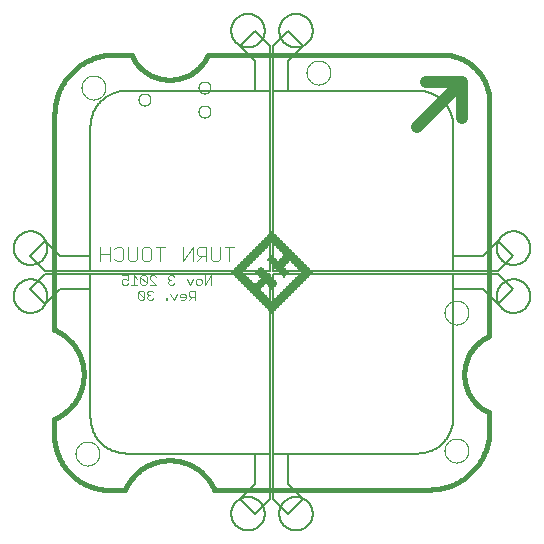
<source format=gbo>
G75*
%MOIN*%
%OFA0B0*%
%FSLAX25Y25*%
%IPPOS*%
%LPD*%
%AMOC8*
5,1,8,0,0,1.08239X$1,22.5*
%
%ADD10C,0.00300*%
%ADD11C,0.00400*%
%ADD12C,0.00000*%
%ADD13C,0.01600*%
%ADD14C,0.04000*%
%ADD15R,0.00500X0.00500*%
%ADD16R,0.01500X0.00500*%
%ADD17R,0.02500X0.00500*%
%ADD18R,0.03500X0.00500*%
%ADD19R,0.04500X0.00500*%
%ADD20R,0.05500X0.00500*%
%ADD21R,0.06500X0.00500*%
%ADD22R,0.07500X0.00500*%
%ADD23R,0.04000X0.00500*%
%ADD24R,0.07000X0.00500*%
%ADD25R,0.06000X0.00500*%
%ADD26R,0.05000X0.00500*%
%ADD27R,0.03000X0.00500*%
%ADD28R,0.02000X0.00500*%
%ADD29R,0.01000X0.00500*%
%ADD30C,0.00500*%
D10*
X0048867Y0083696D02*
X0048359Y0084204D01*
X0048359Y0086237D01*
X0050392Y0084204D01*
X0049884Y0083696D01*
X0048867Y0083696D01*
X0050392Y0084204D02*
X0050392Y0086237D01*
X0049884Y0086745D01*
X0048867Y0086745D01*
X0048359Y0086237D01*
X0048081Y0088715D02*
X0046048Y0088715D01*
X0047064Y0088715D02*
X0047064Y0091764D01*
X0048081Y0090748D01*
X0049129Y0091256D02*
X0049129Y0089224D01*
X0049638Y0088715D01*
X0050654Y0088715D01*
X0051162Y0089224D01*
X0049129Y0091256D01*
X0049638Y0091764D01*
X0050654Y0091764D01*
X0051162Y0091256D01*
X0051162Y0089224D01*
X0052211Y0088715D02*
X0054243Y0088715D01*
X0052211Y0090748D01*
X0052211Y0091256D01*
X0052719Y0091764D01*
X0053735Y0091764D01*
X0054243Y0091256D01*
X0058374Y0091256D02*
X0058374Y0090748D01*
X0058882Y0090240D01*
X0058374Y0089732D01*
X0058374Y0089224D01*
X0058882Y0088715D01*
X0059898Y0088715D01*
X0060406Y0089224D01*
X0059390Y0090240D02*
X0058882Y0090240D01*
X0058374Y0091256D02*
X0058882Y0091764D01*
X0059898Y0091764D01*
X0060406Y0091256D01*
X0064536Y0090748D02*
X0065553Y0088715D01*
X0066569Y0090748D01*
X0067618Y0090240D02*
X0067618Y0089224D01*
X0068126Y0088715D01*
X0069142Y0088715D01*
X0069650Y0089224D01*
X0069650Y0090240D01*
X0069142Y0090748D01*
X0068126Y0090748D01*
X0067618Y0090240D01*
X0070699Y0088715D02*
X0070699Y0091764D01*
X0072732Y0091764D02*
X0070699Y0088715D01*
X0072732Y0088715D02*
X0072732Y0091764D01*
X0067339Y0086745D02*
X0065815Y0086745D01*
X0065307Y0086237D01*
X0065307Y0085220D01*
X0065815Y0084712D01*
X0067339Y0084712D01*
X0066323Y0084712D02*
X0065307Y0083696D01*
X0064258Y0084204D02*
X0064258Y0085220D01*
X0063750Y0085728D01*
X0062733Y0085728D01*
X0062225Y0085220D01*
X0062225Y0084712D01*
X0064258Y0084712D01*
X0064258Y0084204D02*
X0063750Y0083696D01*
X0062733Y0083696D01*
X0061177Y0085728D02*
X0060160Y0083696D01*
X0059144Y0085728D01*
X0058095Y0084204D02*
X0057587Y0084204D01*
X0057587Y0083696D01*
X0058095Y0083696D01*
X0058095Y0084204D01*
X0053473Y0084204D02*
X0052965Y0083696D01*
X0051949Y0083696D01*
X0051440Y0084204D01*
X0051440Y0084712D01*
X0051949Y0085220D01*
X0052457Y0085220D01*
X0051949Y0085220D02*
X0051440Y0085728D01*
X0051440Y0086237D01*
X0051949Y0086745D01*
X0052965Y0086745D01*
X0053473Y0086237D01*
X0044999Y0089224D02*
X0044491Y0088715D01*
X0043475Y0088715D01*
X0042967Y0089224D01*
X0042967Y0090240D01*
X0043475Y0090748D01*
X0043983Y0090748D01*
X0044999Y0090240D01*
X0044999Y0091764D01*
X0042967Y0091764D01*
X0067339Y0086745D02*
X0067339Y0083696D01*
D11*
X0068017Y0096612D02*
X0069552Y0098147D01*
X0068785Y0098147D02*
X0071087Y0098147D01*
X0071087Y0096612D02*
X0071087Y0101216D01*
X0068785Y0101216D01*
X0068017Y0100448D01*
X0068017Y0098914D01*
X0068785Y0098147D01*
X0066483Y0096612D02*
X0066483Y0101216D01*
X0063413Y0096612D01*
X0063413Y0101216D01*
X0057275Y0101216D02*
X0054206Y0101216D01*
X0055740Y0101216D02*
X0055740Y0096612D01*
X0052671Y0097379D02*
X0051904Y0096612D01*
X0050369Y0096612D01*
X0049602Y0097379D01*
X0049602Y0100448D01*
X0050369Y0101216D01*
X0051904Y0101216D01*
X0052671Y0100448D01*
X0052671Y0097379D01*
X0048067Y0097379D02*
X0047300Y0096612D01*
X0045765Y0096612D01*
X0044998Y0097379D01*
X0044998Y0101216D01*
X0043463Y0100448D02*
X0043463Y0097379D01*
X0042696Y0096612D01*
X0041161Y0096612D01*
X0040394Y0097379D01*
X0038859Y0096612D02*
X0038859Y0101216D01*
X0040394Y0100448D02*
X0041161Y0101216D01*
X0042696Y0101216D01*
X0043463Y0100448D01*
X0048067Y0101216D02*
X0048067Y0097379D01*
X0038859Y0098914D02*
X0035790Y0098914D01*
X0035790Y0101216D02*
X0035790Y0096612D01*
X0072621Y0097379D02*
X0073389Y0096612D01*
X0074923Y0096612D01*
X0075691Y0097379D01*
X0075691Y0101216D01*
X0077225Y0101216D02*
X0080295Y0101216D01*
X0078760Y0101216D02*
X0078760Y0096612D01*
X0072621Y0097379D02*
X0072621Y0101216D01*
D12*
X0027475Y0032412D02*
X0027477Y0032538D01*
X0027483Y0032664D01*
X0027493Y0032790D01*
X0027507Y0032916D01*
X0027525Y0033041D01*
X0027547Y0033165D01*
X0027572Y0033289D01*
X0027602Y0033412D01*
X0027635Y0033533D01*
X0027673Y0033654D01*
X0027714Y0033773D01*
X0027759Y0033892D01*
X0027807Y0034008D01*
X0027859Y0034123D01*
X0027915Y0034236D01*
X0027975Y0034348D01*
X0028038Y0034457D01*
X0028104Y0034565D01*
X0028173Y0034670D01*
X0028246Y0034773D01*
X0028323Y0034874D01*
X0028402Y0034972D01*
X0028484Y0035068D01*
X0028570Y0035161D01*
X0028658Y0035252D01*
X0028749Y0035339D01*
X0028843Y0035424D01*
X0028939Y0035505D01*
X0029038Y0035584D01*
X0029139Y0035659D01*
X0029243Y0035731D01*
X0029349Y0035800D01*
X0029457Y0035866D01*
X0029567Y0035928D01*
X0029679Y0035986D01*
X0029792Y0036041D01*
X0029908Y0036092D01*
X0030025Y0036140D01*
X0030143Y0036184D01*
X0030263Y0036224D01*
X0030384Y0036260D01*
X0030506Y0036293D01*
X0030629Y0036322D01*
X0030753Y0036346D01*
X0030877Y0036367D01*
X0031002Y0036384D01*
X0031128Y0036397D01*
X0031254Y0036406D01*
X0031380Y0036411D01*
X0031507Y0036412D01*
X0031633Y0036409D01*
X0031759Y0036402D01*
X0031885Y0036391D01*
X0032010Y0036376D01*
X0032135Y0036357D01*
X0032259Y0036334D01*
X0032383Y0036308D01*
X0032505Y0036277D01*
X0032627Y0036243D01*
X0032747Y0036204D01*
X0032866Y0036162D01*
X0032984Y0036117D01*
X0033100Y0036067D01*
X0033215Y0036014D01*
X0033327Y0035957D01*
X0033438Y0035897D01*
X0033547Y0035833D01*
X0033654Y0035766D01*
X0033759Y0035696D01*
X0033862Y0035622D01*
X0033962Y0035545D01*
X0034060Y0035465D01*
X0034155Y0035382D01*
X0034247Y0035296D01*
X0034337Y0035207D01*
X0034424Y0035115D01*
X0034507Y0035021D01*
X0034588Y0034924D01*
X0034666Y0034824D01*
X0034741Y0034722D01*
X0034812Y0034618D01*
X0034880Y0034511D01*
X0034944Y0034403D01*
X0035005Y0034292D01*
X0035063Y0034180D01*
X0035117Y0034066D01*
X0035167Y0033950D01*
X0035214Y0033833D01*
X0035257Y0033714D01*
X0035296Y0033594D01*
X0035332Y0033473D01*
X0035363Y0033350D01*
X0035391Y0033227D01*
X0035415Y0033103D01*
X0035435Y0032978D01*
X0035451Y0032853D01*
X0035463Y0032727D01*
X0035471Y0032601D01*
X0035475Y0032475D01*
X0035475Y0032349D01*
X0035471Y0032223D01*
X0035463Y0032097D01*
X0035451Y0031971D01*
X0035435Y0031846D01*
X0035415Y0031721D01*
X0035391Y0031597D01*
X0035363Y0031474D01*
X0035332Y0031351D01*
X0035296Y0031230D01*
X0035257Y0031110D01*
X0035214Y0030991D01*
X0035167Y0030874D01*
X0035117Y0030758D01*
X0035063Y0030644D01*
X0035005Y0030532D01*
X0034944Y0030421D01*
X0034880Y0030313D01*
X0034812Y0030206D01*
X0034741Y0030102D01*
X0034666Y0030000D01*
X0034588Y0029900D01*
X0034507Y0029803D01*
X0034424Y0029709D01*
X0034337Y0029617D01*
X0034247Y0029528D01*
X0034155Y0029442D01*
X0034060Y0029359D01*
X0033962Y0029279D01*
X0033862Y0029202D01*
X0033759Y0029128D01*
X0033654Y0029058D01*
X0033547Y0028991D01*
X0033438Y0028927D01*
X0033327Y0028867D01*
X0033215Y0028810D01*
X0033100Y0028757D01*
X0032984Y0028707D01*
X0032866Y0028662D01*
X0032747Y0028620D01*
X0032627Y0028581D01*
X0032505Y0028547D01*
X0032383Y0028516D01*
X0032259Y0028490D01*
X0032135Y0028467D01*
X0032010Y0028448D01*
X0031885Y0028433D01*
X0031759Y0028422D01*
X0031633Y0028415D01*
X0031507Y0028412D01*
X0031380Y0028413D01*
X0031254Y0028418D01*
X0031128Y0028427D01*
X0031002Y0028440D01*
X0030877Y0028457D01*
X0030753Y0028478D01*
X0030629Y0028502D01*
X0030506Y0028531D01*
X0030384Y0028564D01*
X0030263Y0028600D01*
X0030143Y0028640D01*
X0030025Y0028684D01*
X0029908Y0028732D01*
X0029792Y0028783D01*
X0029679Y0028838D01*
X0029567Y0028896D01*
X0029457Y0028958D01*
X0029349Y0029024D01*
X0029243Y0029093D01*
X0029139Y0029165D01*
X0029038Y0029240D01*
X0028939Y0029319D01*
X0028843Y0029400D01*
X0028749Y0029485D01*
X0028658Y0029572D01*
X0028570Y0029663D01*
X0028484Y0029756D01*
X0028402Y0029852D01*
X0028323Y0029950D01*
X0028246Y0030051D01*
X0028173Y0030154D01*
X0028104Y0030259D01*
X0028038Y0030367D01*
X0027975Y0030476D01*
X0027915Y0030588D01*
X0027859Y0030701D01*
X0027807Y0030816D01*
X0027759Y0030932D01*
X0027714Y0031051D01*
X0027673Y0031170D01*
X0027635Y0031291D01*
X0027602Y0031412D01*
X0027572Y0031535D01*
X0027547Y0031659D01*
X0027525Y0031783D01*
X0027507Y0031908D01*
X0027493Y0032034D01*
X0027483Y0032160D01*
X0027477Y0032286D01*
X0027475Y0032412D01*
X0068475Y0146412D02*
X0068477Y0146501D01*
X0068483Y0146590D01*
X0068493Y0146679D01*
X0068507Y0146767D01*
X0068524Y0146854D01*
X0068546Y0146940D01*
X0068572Y0147026D01*
X0068601Y0147110D01*
X0068634Y0147193D01*
X0068670Y0147274D01*
X0068711Y0147354D01*
X0068754Y0147431D01*
X0068801Y0147507D01*
X0068852Y0147580D01*
X0068905Y0147651D01*
X0068962Y0147720D01*
X0069022Y0147786D01*
X0069085Y0147850D01*
X0069150Y0147910D01*
X0069218Y0147968D01*
X0069289Y0148022D01*
X0069362Y0148073D01*
X0069437Y0148121D01*
X0069514Y0148166D01*
X0069593Y0148207D01*
X0069674Y0148244D01*
X0069756Y0148278D01*
X0069840Y0148309D01*
X0069925Y0148335D01*
X0070011Y0148358D01*
X0070098Y0148376D01*
X0070186Y0148391D01*
X0070275Y0148402D01*
X0070364Y0148409D01*
X0070453Y0148412D01*
X0070542Y0148411D01*
X0070631Y0148406D01*
X0070719Y0148397D01*
X0070808Y0148384D01*
X0070895Y0148367D01*
X0070982Y0148347D01*
X0071068Y0148322D01*
X0071152Y0148294D01*
X0071235Y0148262D01*
X0071317Y0148226D01*
X0071397Y0148187D01*
X0071475Y0148144D01*
X0071551Y0148098D01*
X0071625Y0148048D01*
X0071697Y0147995D01*
X0071766Y0147939D01*
X0071833Y0147880D01*
X0071897Y0147818D01*
X0071958Y0147754D01*
X0072017Y0147686D01*
X0072072Y0147616D01*
X0072124Y0147544D01*
X0072173Y0147469D01*
X0072218Y0147393D01*
X0072260Y0147314D01*
X0072298Y0147234D01*
X0072333Y0147152D01*
X0072364Y0147068D01*
X0072392Y0146983D01*
X0072415Y0146897D01*
X0072435Y0146810D01*
X0072451Y0146723D01*
X0072463Y0146634D01*
X0072471Y0146546D01*
X0072475Y0146457D01*
X0072475Y0146367D01*
X0072471Y0146278D01*
X0072463Y0146190D01*
X0072451Y0146101D01*
X0072435Y0146014D01*
X0072415Y0145927D01*
X0072392Y0145841D01*
X0072364Y0145756D01*
X0072333Y0145672D01*
X0072298Y0145590D01*
X0072260Y0145510D01*
X0072218Y0145431D01*
X0072173Y0145355D01*
X0072124Y0145280D01*
X0072072Y0145208D01*
X0072017Y0145138D01*
X0071958Y0145070D01*
X0071897Y0145006D01*
X0071833Y0144944D01*
X0071766Y0144885D01*
X0071697Y0144829D01*
X0071625Y0144776D01*
X0071551Y0144726D01*
X0071475Y0144680D01*
X0071397Y0144637D01*
X0071317Y0144598D01*
X0071235Y0144562D01*
X0071152Y0144530D01*
X0071068Y0144502D01*
X0070982Y0144477D01*
X0070895Y0144457D01*
X0070808Y0144440D01*
X0070719Y0144427D01*
X0070631Y0144418D01*
X0070542Y0144413D01*
X0070453Y0144412D01*
X0070364Y0144415D01*
X0070275Y0144422D01*
X0070186Y0144433D01*
X0070098Y0144448D01*
X0070011Y0144466D01*
X0069925Y0144489D01*
X0069840Y0144515D01*
X0069756Y0144546D01*
X0069674Y0144580D01*
X0069593Y0144617D01*
X0069514Y0144658D01*
X0069437Y0144703D01*
X0069362Y0144751D01*
X0069289Y0144802D01*
X0069218Y0144856D01*
X0069150Y0144914D01*
X0069085Y0144974D01*
X0069022Y0145038D01*
X0068962Y0145104D01*
X0068905Y0145173D01*
X0068852Y0145244D01*
X0068801Y0145317D01*
X0068754Y0145393D01*
X0068711Y0145470D01*
X0068670Y0145550D01*
X0068634Y0145631D01*
X0068601Y0145714D01*
X0068572Y0145798D01*
X0068546Y0145884D01*
X0068524Y0145970D01*
X0068507Y0146057D01*
X0068493Y0146145D01*
X0068483Y0146234D01*
X0068477Y0146323D01*
X0068475Y0146412D01*
X0068475Y0154412D02*
X0068477Y0154501D01*
X0068483Y0154590D01*
X0068493Y0154679D01*
X0068507Y0154767D01*
X0068524Y0154854D01*
X0068546Y0154940D01*
X0068572Y0155026D01*
X0068601Y0155110D01*
X0068634Y0155193D01*
X0068670Y0155274D01*
X0068711Y0155354D01*
X0068754Y0155431D01*
X0068801Y0155507D01*
X0068852Y0155580D01*
X0068905Y0155651D01*
X0068962Y0155720D01*
X0069022Y0155786D01*
X0069085Y0155850D01*
X0069150Y0155910D01*
X0069218Y0155968D01*
X0069289Y0156022D01*
X0069362Y0156073D01*
X0069437Y0156121D01*
X0069514Y0156166D01*
X0069593Y0156207D01*
X0069674Y0156244D01*
X0069756Y0156278D01*
X0069840Y0156309D01*
X0069925Y0156335D01*
X0070011Y0156358D01*
X0070098Y0156376D01*
X0070186Y0156391D01*
X0070275Y0156402D01*
X0070364Y0156409D01*
X0070453Y0156412D01*
X0070542Y0156411D01*
X0070631Y0156406D01*
X0070719Y0156397D01*
X0070808Y0156384D01*
X0070895Y0156367D01*
X0070982Y0156347D01*
X0071068Y0156322D01*
X0071152Y0156294D01*
X0071235Y0156262D01*
X0071317Y0156226D01*
X0071397Y0156187D01*
X0071475Y0156144D01*
X0071551Y0156098D01*
X0071625Y0156048D01*
X0071697Y0155995D01*
X0071766Y0155939D01*
X0071833Y0155880D01*
X0071897Y0155818D01*
X0071958Y0155754D01*
X0072017Y0155686D01*
X0072072Y0155616D01*
X0072124Y0155544D01*
X0072173Y0155469D01*
X0072218Y0155393D01*
X0072260Y0155314D01*
X0072298Y0155234D01*
X0072333Y0155152D01*
X0072364Y0155068D01*
X0072392Y0154983D01*
X0072415Y0154897D01*
X0072435Y0154810D01*
X0072451Y0154723D01*
X0072463Y0154634D01*
X0072471Y0154546D01*
X0072475Y0154457D01*
X0072475Y0154367D01*
X0072471Y0154278D01*
X0072463Y0154190D01*
X0072451Y0154101D01*
X0072435Y0154014D01*
X0072415Y0153927D01*
X0072392Y0153841D01*
X0072364Y0153756D01*
X0072333Y0153672D01*
X0072298Y0153590D01*
X0072260Y0153510D01*
X0072218Y0153431D01*
X0072173Y0153355D01*
X0072124Y0153280D01*
X0072072Y0153208D01*
X0072017Y0153138D01*
X0071958Y0153070D01*
X0071897Y0153006D01*
X0071833Y0152944D01*
X0071766Y0152885D01*
X0071697Y0152829D01*
X0071625Y0152776D01*
X0071551Y0152726D01*
X0071475Y0152680D01*
X0071397Y0152637D01*
X0071317Y0152598D01*
X0071235Y0152562D01*
X0071152Y0152530D01*
X0071068Y0152502D01*
X0070982Y0152477D01*
X0070895Y0152457D01*
X0070808Y0152440D01*
X0070719Y0152427D01*
X0070631Y0152418D01*
X0070542Y0152413D01*
X0070453Y0152412D01*
X0070364Y0152415D01*
X0070275Y0152422D01*
X0070186Y0152433D01*
X0070098Y0152448D01*
X0070011Y0152466D01*
X0069925Y0152489D01*
X0069840Y0152515D01*
X0069756Y0152546D01*
X0069674Y0152580D01*
X0069593Y0152617D01*
X0069514Y0152658D01*
X0069437Y0152703D01*
X0069362Y0152751D01*
X0069289Y0152802D01*
X0069218Y0152856D01*
X0069150Y0152914D01*
X0069085Y0152974D01*
X0069022Y0153038D01*
X0068962Y0153104D01*
X0068905Y0153173D01*
X0068852Y0153244D01*
X0068801Y0153317D01*
X0068754Y0153393D01*
X0068711Y0153470D01*
X0068670Y0153550D01*
X0068634Y0153631D01*
X0068601Y0153714D01*
X0068572Y0153798D01*
X0068546Y0153884D01*
X0068524Y0153970D01*
X0068507Y0154057D01*
X0068493Y0154145D01*
X0068483Y0154234D01*
X0068477Y0154323D01*
X0068475Y0154412D01*
X0048475Y0150412D02*
X0048477Y0150501D01*
X0048483Y0150590D01*
X0048493Y0150679D01*
X0048507Y0150767D01*
X0048524Y0150854D01*
X0048546Y0150940D01*
X0048572Y0151026D01*
X0048601Y0151110D01*
X0048634Y0151193D01*
X0048670Y0151274D01*
X0048711Y0151354D01*
X0048754Y0151431D01*
X0048801Y0151507D01*
X0048852Y0151580D01*
X0048905Y0151651D01*
X0048962Y0151720D01*
X0049022Y0151786D01*
X0049085Y0151850D01*
X0049150Y0151910D01*
X0049218Y0151968D01*
X0049289Y0152022D01*
X0049362Y0152073D01*
X0049437Y0152121D01*
X0049514Y0152166D01*
X0049593Y0152207D01*
X0049674Y0152244D01*
X0049756Y0152278D01*
X0049840Y0152309D01*
X0049925Y0152335D01*
X0050011Y0152358D01*
X0050098Y0152376D01*
X0050186Y0152391D01*
X0050275Y0152402D01*
X0050364Y0152409D01*
X0050453Y0152412D01*
X0050542Y0152411D01*
X0050631Y0152406D01*
X0050719Y0152397D01*
X0050808Y0152384D01*
X0050895Y0152367D01*
X0050982Y0152347D01*
X0051068Y0152322D01*
X0051152Y0152294D01*
X0051235Y0152262D01*
X0051317Y0152226D01*
X0051397Y0152187D01*
X0051475Y0152144D01*
X0051551Y0152098D01*
X0051625Y0152048D01*
X0051697Y0151995D01*
X0051766Y0151939D01*
X0051833Y0151880D01*
X0051897Y0151818D01*
X0051958Y0151754D01*
X0052017Y0151686D01*
X0052072Y0151616D01*
X0052124Y0151544D01*
X0052173Y0151469D01*
X0052218Y0151393D01*
X0052260Y0151314D01*
X0052298Y0151234D01*
X0052333Y0151152D01*
X0052364Y0151068D01*
X0052392Y0150983D01*
X0052415Y0150897D01*
X0052435Y0150810D01*
X0052451Y0150723D01*
X0052463Y0150634D01*
X0052471Y0150546D01*
X0052475Y0150457D01*
X0052475Y0150367D01*
X0052471Y0150278D01*
X0052463Y0150190D01*
X0052451Y0150101D01*
X0052435Y0150014D01*
X0052415Y0149927D01*
X0052392Y0149841D01*
X0052364Y0149756D01*
X0052333Y0149672D01*
X0052298Y0149590D01*
X0052260Y0149510D01*
X0052218Y0149431D01*
X0052173Y0149355D01*
X0052124Y0149280D01*
X0052072Y0149208D01*
X0052017Y0149138D01*
X0051958Y0149070D01*
X0051897Y0149006D01*
X0051833Y0148944D01*
X0051766Y0148885D01*
X0051697Y0148829D01*
X0051625Y0148776D01*
X0051551Y0148726D01*
X0051475Y0148680D01*
X0051397Y0148637D01*
X0051317Y0148598D01*
X0051235Y0148562D01*
X0051152Y0148530D01*
X0051068Y0148502D01*
X0050982Y0148477D01*
X0050895Y0148457D01*
X0050808Y0148440D01*
X0050719Y0148427D01*
X0050631Y0148418D01*
X0050542Y0148413D01*
X0050453Y0148412D01*
X0050364Y0148415D01*
X0050275Y0148422D01*
X0050186Y0148433D01*
X0050098Y0148448D01*
X0050011Y0148466D01*
X0049925Y0148489D01*
X0049840Y0148515D01*
X0049756Y0148546D01*
X0049674Y0148580D01*
X0049593Y0148617D01*
X0049514Y0148658D01*
X0049437Y0148703D01*
X0049362Y0148751D01*
X0049289Y0148802D01*
X0049218Y0148856D01*
X0049150Y0148914D01*
X0049085Y0148974D01*
X0049022Y0149038D01*
X0048962Y0149104D01*
X0048905Y0149173D01*
X0048852Y0149244D01*
X0048801Y0149317D01*
X0048754Y0149393D01*
X0048711Y0149470D01*
X0048670Y0149550D01*
X0048634Y0149631D01*
X0048601Y0149714D01*
X0048572Y0149798D01*
X0048546Y0149884D01*
X0048524Y0149970D01*
X0048507Y0150057D01*
X0048493Y0150145D01*
X0048483Y0150234D01*
X0048477Y0150323D01*
X0048475Y0150412D01*
X0029475Y0154412D02*
X0029477Y0154538D01*
X0029483Y0154664D01*
X0029493Y0154790D01*
X0029507Y0154916D01*
X0029525Y0155041D01*
X0029547Y0155165D01*
X0029572Y0155289D01*
X0029602Y0155412D01*
X0029635Y0155533D01*
X0029673Y0155654D01*
X0029714Y0155773D01*
X0029759Y0155892D01*
X0029807Y0156008D01*
X0029859Y0156123D01*
X0029915Y0156236D01*
X0029975Y0156348D01*
X0030038Y0156457D01*
X0030104Y0156565D01*
X0030173Y0156670D01*
X0030246Y0156773D01*
X0030323Y0156874D01*
X0030402Y0156972D01*
X0030484Y0157068D01*
X0030570Y0157161D01*
X0030658Y0157252D01*
X0030749Y0157339D01*
X0030843Y0157424D01*
X0030939Y0157505D01*
X0031038Y0157584D01*
X0031139Y0157659D01*
X0031243Y0157731D01*
X0031349Y0157800D01*
X0031457Y0157866D01*
X0031567Y0157928D01*
X0031679Y0157986D01*
X0031792Y0158041D01*
X0031908Y0158092D01*
X0032025Y0158140D01*
X0032143Y0158184D01*
X0032263Y0158224D01*
X0032384Y0158260D01*
X0032506Y0158293D01*
X0032629Y0158322D01*
X0032753Y0158346D01*
X0032877Y0158367D01*
X0033002Y0158384D01*
X0033128Y0158397D01*
X0033254Y0158406D01*
X0033380Y0158411D01*
X0033507Y0158412D01*
X0033633Y0158409D01*
X0033759Y0158402D01*
X0033885Y0158391D01*
X0034010Y0158376D01*
X0034135Y0158357D01*
X0034259Y0158334D01*
X0034383Y0158308D01*
X0034505Y0158277D01*
X0034627Y0158243D01*
X0034747Y0158204D01*
X0034866Y0158162D01*
X0034984Y0158117D01*
X0035100Y0158067D01*
X0035215Y0158014D01*
X0035327Y0157957D01*
X0035438Y0157897D01*
X0035547Y0157833D01*
X0035654Y0157766D01*
X0035759Y0157696D01*
X0035862Y0157622D01*
X0035962Y0157545D01*
X0036060Y0157465D01*
X0036155Y0157382D01*
X0036247Y0157296D01*
X0036337Y0157207D01*
X0036424Y0157115D01*
X0036507Y0157021D01*
X0036588Y0156924D01*
X0036666Y0156824D01*
X0036741Y0156722D01*
X0036812Y0156618D01*
X0036880Y0156511D01*
X0036944Y0156403D01*
X0037005Y0156292D01*
X0037063Y0156180D01*
X0037117Y0156066D01*
X0037167Y0155950D01*
X0037214Y0155833D01*
X0037257Y0155714D01*
X0037296Y0155594D01*
X0037332Y0155473D01*
X0037363Y0155350D01*
X0037391Y0155227D01*
X0037415Y0155103D01*
X0037435Y0154978D01*
X0037451Y0154853D01*
X0037463Y0154727D01*
X0037471Y0154601D01*
X0037475Y0154475D01*
X0037475Y0154349D01*
X0037471Y0154223D01*
X0037463Y0154097D01*
X0037451Y0153971D01*
X0037435Y0153846D01*
X0037415Y0153721D01*
X0037391Y0153597D01*
X0037363Y0153474D01*
X0037332Y0153351D01*
X0037296Y0153230D01*
X0037257Y0153110D01*
X0037214Y0152991D01*
X0037167Y0152874D01*
X0037117Y0152758D01*
X0037063Y0152644D01*
X0037005Y0152532D01*
X0036944Y0152421D01*
X0036880Y0152313D01*
X0036812Y0152206D01*
X0036741Y0152102D01*
X0036666Y0152000D01*
X0036588Y0151900D01*
X0036507Y0151803D01*
X0036424Y0151709D01*
X0036337Y0151617D01*
X0036247Y0151528D01*
X0036155Y0151442D01*
X0036060Y0151359D01*
X0035962Y0151279D01*
X0035862Y0151202D01*
X0035759Y0151128D01*
X0035654Y0151058D01*
X0035547Y0150991D01*
X0035438Y0150927D01*
X0035327Y0150867D01*
X0035215Y0150810D01*
X0035100Y0150757D01*
X0034984Y0150707D01*
X0034866Y0150662D01*
X0034747Y0150620D01*
X0034627Y0150581D01*
X0034505Y0150547D01*
X0034383Y0150516D01*
X0034259Y0150490D01*
X0034135Y0150467D01*
X0034010Y0150448D01*
X0033885Y0150433D01*
X0033759Y0150422D01*
X0033633Y0150415D01*
X0033507Y0150412D01*
X0033380Y0150413D01*
X0033254Y0150418D01*
X0033128Y0150427D01*
X0033002Y0150440D01*
X0032877Y0150457D01*
X0032753Y0150478D01*
X0032629Y0150502D01*
X0032506Y0150531D01*
X0032384Y0150564D01*
X0032263Y0150600D01*
X0032143Y0150640D01*
X0032025Y0150684D01*
X0031908Y0150732D01*
X0031792Y0150783D01*
X0031679Y0150838D01*
X0031567Y0150896D01*
X0031457Y0150958D01*
X0031349Y0151024D01*
X0031243Y0151093D01*
X0031139Y0151165D01*
X0031038Y0151240D01*
X0030939Y0151319D01*
X0030843Y0151400D01*
X0030749Y0151485D01*
X0030658Y0151572D01*
X0030570Y0151663D01*
X0030484Y0151756D01*
X0030402Y0151852D01*
X0030323Y0151950D01*
X0030246Y0152051D01*
X0030173Y0152154D01*
X0030104Y0152259D01*
X0030038Y0152367D01*
X0029975Y0152476D01*
X0029915Y0152588D01*
X0029859Y0152701D01*
X0029807Y0152816D01*
X0029759Y0152932D01*
X0029714Y0153051D01*
X0029673Y0153170D01*
X0029635Y0153291D01*
X0029602Y0153412D01*
X0029572Y0153535D01*
X0029547Y0153659D01*
X0029525Y0153783D01*
X0029507Y0153908D01*
X0029493Y0154034D01*
X0029483Y0154160D01*
X0029477Y0154286D01*
X0029475Y0154412D01*
X0104475Y0159412D02*
X0104477Y0159538D01*
X0104483Y0159664D01*
X0104493Y0159790D01*
X0104507Y0159916D01*
X0104525Y0160041D01*
X0104547Y0160165D01*
X0104572Y0160289D01*
X0104602Y0160412D01*
X0104635Y0160533D01*
X0104673Y0160654D01*
X0104714Y0160773D01*
X0104759Y0160892D01*
X0104807Y0161008D01*
X0104859Y0161123D01*
X0104915Y0161236D01*
X0104975Y0161348D01*
X0105038Y0161457D01*
X0105104Y0161565D01*
X0105173Y0161670D01*
X0105246Y0161773D01*
X0105323Y0161874D01*
X0105402Y0161972D01*
X0105484Y0162068D01*
X0105570Y0162161D01*
X0105658Y0162252D01*
X0105749Y0162339D01*
X0105843Y0162424D01*
X0105939Y0162505D01*
X0106038Y0162584D01*
X0106139Y0162659D01*
X0106243Y0162731D01*
X0106349Y0162800D01*
X0106457Y0162866D01*
X0106567Y0162928D01*
X0106679Y0162986D01*
X0106792Y0163041D01*
X0106908Y0163092D01*
X0107025Y0163140D01*
X0107143Y0163184D01*
X0107263Y0163224D01*
X0107384Y0163260D01*
X0107506Y0163293D01*
X0107629Y0163322D01*
X0107753Y0163346D01*
X0107877Y0163367D01*
X0108002Y0163384D01*
X0108128Y0163397D01*
X0108254Y0163406D01*
X0108380Y0163411D01*
X0108507Y0163412D01*
X0108633Y0163409D01*
X0108759Y0163402D01*
X0108885Y0163391D01*
X0109010Y0163376D01*
X0109135Y0163357D01*
X0109259Y0163334D01*
X0109383Y0163308D01*
X0109505Y0163277D01*
X0109627Y0163243D01*
X0109747Y0163204D01*
X0109866Y0163162D01*
X0109984Y0163117D01*
X0110100Y0163067D01*
X0110215Y0163014D01*
X0110327Y0162957D01*
X0110438Y0162897D01*
X0110547Y0162833D01*
X0110654Y0162766D01*
X0110759Y0162696D01*
X0110862Y0162622D01*
X0110962Y0162545D01*
X0111060Y0162465D01*
X0111155Y0162382D01*
X0111247Y0162296D01*
X0111337Y0162207D01*
X0111424Y0162115D01*
X0111507Y0162021D01*
X0111588Y0161924D01*
X0111666Y0161824D01*
X0111741Y0161722D01*
X0111812Y0161618D01*
X0111880Y0161511D01*
X0111944Y0161403D01*
X0112005Y0161292D01*
X0112063Y0161180D01*
X0112117Y0161066D01*
X0112167Y0160950D01*
X0112214Y0160833D01*
X0112257Y0160714D01*
X0112296Y0160594D01*
X0112332Y0160473D01*
X0112363Y0160350D01*
X0112391Y0160227D01*
X0112415Y0160103D01*
X0112435Y0159978D01*
X0112451Y0159853D01*
X0112463Y0159727D01*
X0112471Y0159601D01*
X0112475Y0159475D01*
X0112475Y0159349D01*
X0112471Y0159223D01*
X0112463Y0159097D01*
X0112451Y0158971D01*
X0112435Y0158846D01*
X0112415Y0158721D01*
X0112391Y0158597D01*
X0112363Y0158474D01*
X0112332Y0158351D01*
X0112296Y0158230D01*
X0112257Y0158110D01*
X0112214Y0157991D01*
X0112167Y0157874D01*
X0112117Y0157758D01*
X0112063Y0157644D01*
X0112005Y0157532D01*
X0111944Y0157421D01*
X0111880Y0157313D01*
X0111812Y0157206D01*
X0111741Y0157102D01*
X0111666Y0157000D01*
X0111588Y0156900D01*
X0111507Y0156803D01*
X0111424Y0156709D01*
X0111337Y0156617D01*
X0111247Y0156528D01*
X0111155Y0156442D01*
X0111060Y0156359D01*
X0110962Y0156279D01*
X0110862Y0156202D01*
X0110759Y0156128D01*
X0110654Y0156058D01*
X0110547Y0155991D01*
X0110438Y0155927D01*
X0110327Y0155867D01*
X0110215Y0155810D01*
X0110100Y0155757D01*
X0109984Y0155707D01*
X0109866Y0155662D01*
X0109747Y0155620D01*
X0109627Y0155581D01*
X0109505Y0155547D01*
X0109383Y0155516D01*
X0109259Y0155490D01*
X0109135Y0155467D01*
X0109010Y0155448D01*
X0108885Y0155433D01*
X0108759Y0155422D01*
X0108633Y0155415D01*
X0108507Y0155412D01*
X0108380Y0155413D01*
X0108254Y0155418D01*
X0108128Y0155427D01*
X0108002Y0155440D01*
X0107877Y0155457D01*
X0107753Y0155478D01*
X0107629Y0155502D01*
X0107506Y0155531D01*
X0107384Y0155564D01*
X0107263Y0155600D01*
X0107143Y0155640D01*
X0107025Y0155684D01*
X0106908Y0155732D01*
X0106792Y0155783D01*
X0106679Y0155838D01*
X0106567Y0155896D01*
X0106457Y0155958D01*
X0106349Y0156024D01*
X0106243Y0156093D01*
X0106139Y0156165D01*
X0106038Y0156240D01*
X0105939Y0156319D01*
X0105843Y0156400D01*
X0105749Y0156485D01*
X0105658Y0156572D01*
X0105570Y0156663D01*
X0105484Y0156756D01*
X0105402Y0156852D01*
X0105323Y0156950D01*
X0105246Y0157051D01*
X0105173Y0157154D01*
X0105104Y0157259D01*
X0105038Y0157367D01*
X0104975Y0157476D01*
X0104915Y0157588D01*
X0104859Y0157701D01*
X0104807Y0157816D01*
X0104759Y0157932D01*
X0104714Y0158051D01*
X0104673Y0158170D01*
X0104635Y0158291D01*
X0104602Y0158412D01*
X0104572Y0158535D01*
X0104547Y0158659D01*
X0104525Y0158783D01*
X0104507Y0158908D01*
X0104493Y0159034D01*
X0104483Y0159160D01*
X0104477Y0159286D01*
X0104475Y0159412D01*
X0150475Y0079412D02*
X0150477Y0079538D01*
X0150483Y0079664D01*
X0150493Y0079790D01*
X0150507Y0079916D01*
X0150525Y0080041D01*
X0150547Y0080165D01*
X0150572Y0080289D01*
X0150602Y0080412D01*
X0150635Y0080533D01*
X0150673Y0080654D01*
X0150714Y0080773D01*
X0150759Y0080892D01*
X0150807Y0081008D01*
X0150859Y0081123D01*
X0150915Y0081236D01*
X0150975Y0081348D01*
X0151038Y0081457D01*
X0151104Y0081565D01*
X0151173Y0081670D01*
X0151246Y0081773D01*
X0151323Y0081874D01*
X0151402Y0081972D01*
X0151484Y0082068D01*
X0151570Y0082161D01*
X0151658Y0082252D01*
X0151749Y0082339D01*
X0151843Y0082424D01*
X0151939Y0082505D01*
X0152038Y0082584D01*
X0152139Y0082659D01*
X0152243Y0082731D01*
X0152349Y0082800D01*
X0152457Y0082866D01*
X0152567Y0082928D01*
X0152679Y0082986D01*
X0152792Y0083041D01*
X0152908Y0083092D01*
X0153025Y0083140D01*
X0153143Y0083184D01*
X0153263Y0083224D01*
X0153384Y0083260D01*
X0153506Y0083293D01*
X0153629Y0083322D01*
X0153753Y0083346D01*
X0153877Y0083367D01*
X0154002Y0083384D01*
X0154128Y0083397D01*
X0154254Y0083406D01*
X0154380Y0083411D01*
X0154507Y0083412D01*
X0154633Y0083409D01*
X0154759Y0083402D01*
X0154885Y0083391D01*
X0155010Y0083376D01*
X0155135Y0083357D01*
X0155259Y0083334D01*
X0155383Y0083308D01*
X0155505Y0083277D01*
X0155627Y0083243D01*
X0155747Y0083204D01*
X0155866Y0083162D01*
X0155984Y0083117D01*
X0156100Y0083067D01*
X0156215Y0083014D01*
X0156327Y0082957D01*
X0156438Y0082897D01*
X0156547Y0082833D01*
X0156654Y0082766D01*
X0156759Y0082696D01*
X0156862Y0082622D01*
X0156962Y0082545D01*
X0157060Y0082465D01*
X0157155Y0082382D01*
X0157247Y0082296D01*
X0157337Y0082207D01*
X0157424Y0082115D01*
X0157507Y0082021D01*
X0157588Y0081924D01*
X0157666Y0081824D01*
X0157741Y0081722D01*
X0157812Y0081618D01*
X0157880Y0081511D01*
X0157944Y0081403D01*
X0158005Y0081292D01*
X0158063Y0081180D01*
X0158117Y0081066D01*
X0158167Y0080950D01*
X0158214Y0080833D01*
X0158257Y0080714D01*
X0158296Y0080594D01*
X0158332Y0080473D01*
X0158363Y0080350D01*
X0158391Y0080227D01*
X0158415Y0080103D01*
X0158435Y0079978D01*
X0158451Y0079853D01*
X0158463Y0079727D01*
X0158471Y0079601D01*
X0158475Y0079475D01*
X0158475Y0079349D01*
X0158471Y0079223D01*
X0158463Y0079097D01*
X0158451Y0078971D01*
X0158435Y0078846D01*
X0158415Y0078721D01*
X0158391Y0078597D01*
X0158363Y0078474D01*
X0158332Y0078351D01*
X0158296Y0078230D01*
X0158257Y0078110D01*
X0158214Y0077991D01*
X0158167Y0077874D01*
X0158117Y0077758D01*
X0158063Y0077644D01*
X0158005Y0077532D01*
X0157944Y0077421D01*
X0157880Y0077313D01*
X0157812Y0077206D01*
X0157741Y0077102D01*
X0157666Y0077000D01*
X0157588Y0076900D01*
X0157507Y0076803D01*
X0157424Y0076709D01*
X0157337Y0076617D01*
X0157247Y0076528D01*
X0157155Y0076442D01*
X0157060Y0076359D01*
X0156962Y0076279D01*
X0156862Y0076202D01*
X0156759Y0076128D01*
X0156654Y0076058D01*
X0156547Y0075991D01*
X0156438Y0075927D01*
X0156327Y0075867D01*
X0156215Y0075810D01*
X0156100Y0075757D01*
X0155984Y0075707D01*
X0155866Y0075662D01*
X0155747Y0075620D01*
X0155627Y0075581D01*
X0155505Y0075547D01*
X0155383Y0075516D01*
X0155259Y0075490D01*
X0155135Y0075467D01*
X0155010Y0075448D01*
X0154885Y0075433D01*
X0154759Y0075422D01*
X0154633Y0075415D01*
X0154507Y0075412D01*
X0154380Y0075413D01*
X0154254Y0075418D01*
X0154128Y0075427D01*
X0154002Y0075440D01*
X0153877Y0075457D01*
X0153753Y0075478D01*
X0153629Y0075502D01*
X0153506Y0075531D01*
X0153384Y0075564D01*
X0153263Y0075600D01*
X0153143Y0075640D01*
X0153025Y0075684D01*
X0152908Y0075732D01*
X0152792Y0075783D01*
X0152679Y0075838D01*
X0152567Y0075896D01*
X0152457Y0075958D01*
X0152349Y0076024D01*
X0152243Y0076093D01*
X0152139Y0076165D01*
X0152038Y0076240D01*
X0151939Y0076319D01*
X0151843Y0076400D01*
X0151749Y0076485D01*
X0151658Y0076572D01*
X0151570Y0076663D01*
X0151484Y0076756D01*
X0151402Y0076852D01*
X0151323Y0076950D01*
X0151246Y0077051D01*
X0151173Y0077154D01*
X0151104Y0077259D01*
X0151038Y0077367D01*
X0150975Y0077476D01*
X0150915Y0077588D01*
X0150859Y0077701D01*
X0150807Y0077816D01*
X0150759Y0077932D01*
X0150714Y0078051D01*
X0150673Y0078170D01*
X0150635Y0078291D01*
X0150602Y0078412D01*
X0150572Y0078535D01*
X0150547Y0078659D01*
X0150525Y0078783D01*
X0150507Y0078908D01*
X0150493Y0079034D01*
X0150483Y0079160D01*
X0150477Y0079286D01*
X0150475Y0079412D01*
X0150475Y0033412D02*
X0150477Y0033538D01*
X0150483Y0033664D01*
X0150493Y0033790D01*
X0150507Y0033916D01*
X0150525Y0034041D01*
X0150547Y0034165D01*
X0150572Y0034289D01*
X0150602Y0034412D01*
X0150635Y0034533D01*
X0150673Y0034654D01*
X0150714Y0034773D01*
X0150759Y0034892D01*
X0150807Y0035008D01*
X0150859Y0035123D01*
X0150915Y0035236D01*
X0150975Y0035348D01*
X0151038Y0035457D01*
X0151104Y0035565D01*
X0151173Y0035670D01*
X0151246Y0035773D01*
X0151323Y0035874D01*
X0151402Y0035972D01*
X0151484Y0036068D01*
X0151570Y0036161D01*
X0151658Y0036252D01*
X0151749Y0036339D01*
X0151843Y0036424D01*
X0151939Y0036505D01*
X0152038Y0036584D01*
X0152139Y0036659D01*
X0152243Y0036731D01*
X0152349Y0036800D01*
X0152457Y0036866D01*
X0152567Y0036928D01*
X0152679Y0036986D01*
X0152792Y0037041D01*
X0152908Y0037092D01*
X0153025Y0037140D01*
X0153143Y0037184D01*
X0153263Y0037224D01*
X0153384Y0037260D01*
X0153506Y0037293D01*
X0153629Y0037322D01*
X0153753Y0037346D01*
X0153877Y0037367D01*
X0154002Y0037384D01*
X0154128Y0037397D01*
X0154254Y0037406D01*
X0154380Y0037411D01*
X0154507Y0037412D01*
X0154633Y0037409D01*
X0154759Y0037402D01*
X0154885Y0037391D01*
X0155010Y0037376D01*
X0155135Y0037357D01*
X0155259Y0037334D01*
X0155383Y0037308D01*
X0155505Y0037277D01*
X0155627Y0037243D01*
X0155747Y0037204D01*
X0155866Y0037162D01*
X0155984Y0037117D01*
X0156100Y0037067D01*
X0156215Y0037014D01*
X0156327Y0036957D01*
X0156438Y0036897D01*
X0156547Y0036833D01*
X0156654Y0036766D01*
X0156759Y0036696D01*
X0156862Y0036622D01*
X0156962Y0036545D01*
X0157060Y0036465D01*
X0157155Y0036382D01*
X0157247Y0036296D01*
X0157337Y0036207D01*
X0157424Y0036115D01*
X0157507Y0036021D01*
X0157588Y0035924D01*
X0157666Y0035824D01*
X0157741Y0035722D01*
X0157812Y0035618D01*
X0157880Y0035511D01*
X0157944Y0035403D01*
X0158005Y0035292D01*
X0158063Y0035180D01*
X0158117Y0035066D01*
X0158167Y0034950D01*
X0158214Y0034833D01*
X0158257Y0034714D01*
X0158296Y0034594D01*
X0158332Y0034473D01*
X0158363Y0034350D01*
X0158391Y0034227D01*
X0158415Y0034103D01*
X0158435Y0033978D01*
X0158451Y0033853D01*
X0158463Y0033727D01*
X0158471Y0033601D01*
X0158475Y0033475D01*
X0158475Y0033349D01*
X0158471Y0033223D01*
X0158463Y0033097D01*
X0158451Y0032971D01*
X0158435Y0032846D01*
X0158415Y0032721D01*
X0158391Y0032597D01*
X0158363Y0032474D01*
X0158332Y0032351D01*
X0158296Y0032230D01*
X0158257Y0032110D01*
X0158214Y0031991D01*
X0158167Y0031874D01*
X0158117Y0031758D01*
X0158063Y0031644D01*
X0158005Y0031532D01*
X0157944Y0031421D01*
X0157880Y0031313D01*
X0157812Y0031206D01*
X0157741Y0031102D01*
X0157666Y0031000D01*
X0157588Y0030900D01*
X0157507Y0030803D01*
X0157424Y0030709D01*
X0157337Y0030617D01*
X0157247Y0030528D01*
X0157155Y0030442D01*
X0157060Y0030359D01*
X0156962Y0030279D01*
X0156862Y0030202D01*
X0156759Y0030128D01*
X0156654Y0030058D01*
X0156547Y0029991D01*
X0156438Y0029927D01*
X0156327Y0029867D01*
X0156215Y0029810D01*
X0156100Y0029757D01*
X0155984Y0029707D01*
X0155866Y0029662D01*
X0155747Y0029620D01*
X0155627Y0029581D01*
X0155505Y0029547D01*
X0155383Y0029516D01*
X0155259Y0029490D01*
X0155135Y0029467D01*
X0155010Y0029448D01*
X0154885Y0029433D01*
X0154759Y0029422D01*
X0154633Y0029415D01*
X0154507Y0029412D01*
X0154380Y0029413D01*
X0154254Y0029418D01*
X0154128Y0029427D01*
X0154002Y0029440D01*
X0153877Y0029457D01*
X0153753Y0029478D01*
X0153629Y0029502D01*
X0153506Y0029531D01*
X0153384Y0029564D01*
X0153263Y0029600D01*
X0153143Y0029640D01*
X0153025Y0029684D01*
X0152908Y0029732D01*
X0152792Y0029783D01*
X0152679Y0029838D01*
X0152567Y0029896D01*
X0152457Y0029958D01*
X0152349Y0030024D01*
X0152243Y0030093D01*
X0152139Y0030165D01*
X0152038Y0030240D01*
X0151939Y0030319D01*
X0151843Y0030400D01*
X0151749Y0030485D01*
X0151658Y0030572D01*
X0151570Y0030663D01*
X0151484Y0030756D01*
X0151402Y0030852D01*
X0151323Y0030950D01*
X0151246Y0031051D01*
X0151173Y0031154D01*
X0151104Y0031259D01*
X0151038Y0031367D01*
X0150975Y0031476D01*
X0150915Y0031588D01*
X0150859Y0031701D01*
X0150807Y0031816D01*
X0150759Y0031932D01*
X0150714Y0032051D01*
X0150673Y0032170D01*
X0150635Y0032291D01*
X0150602Y0032412D01*
X0150572Y0032535D01*
X0150547Y0032659D01*
X0150525Y0032783D01*
X0150507Y0032908D01*
X0150493Y0033034D01*
X0150483Y0033160D01*
X0150477Y0033286D01*
X0150475Y0033412D01*
D13*
X0145475Y0020412D02*
X0145958Y0020418D01*
X0146441Y0020435D01*
X0146924Y0020465D01*
X0147405Y0020505D01*
X0147886Y0020558D01*
X0148365Y0020622D01*
X0148842Y0020697D01*
X0149318Y0020785D01*
X0149791Y0020883D01*
X0150261Y0020993D01*
X0150729Y0021114D01*
X0151194Y0021247D01*
X0151655Y0021391D01*
X0152113Y0021546D01*
X0152567Y0021712D01*
X0153017Y0021889D01*
X0153462Y0022076D01*
X0153903Y0022275D01*
X0154339Y0022483D01*
X0154769Y0022703D01*
X0155195Y0022933D01*
X0155614Y0023173D01*
X0156028Y0023423D01*
X0156435Y0023683D01*
X0156836Y0023952D01*
X0157231Y0024232D01*
X0157618Y0024520D01*
X0157999Y0024819D01*
X0158372Y0025126D01*
X0158737Y0025442D01*
X0159095Y0025767D01*
X0159445Y0026100D01*
X0159787Y0026442D01*
X0160120Y0026792D01*
X0160445Y0027150D01*
X0160761Y0027515D01*
X0161068Y0027888D01*
X0161367Y0028269D01*
X0161655Y0028656D01*
X0161935Y0029051D01*
X0162204Y0029452D01*
X0162464Y0029859D01*
X0162714Y0030273D01*
X0162954Y0030692D01*
X0163184Y0031118D01*
X0163404Y0031548D01*
X0163612Y0031984D01*
X0163811Y0032425D01*
X0163998Y0032870D01*
X0164175Y0033320D01*
X0164341Y0033774D01*
X0164496Y0034232D01*
X0164640Y0034693D01*
X0164773Y0035158D01*
X0164894Y0035626D01*
X0165004Y0036096D01*
X0165102Y0036569D01*
X0165190Y0037045D01*
X0165265Y0037522D01*
X0165329Y0038001D01*
X0165382Y0038482D01*
X0165422Y0038963D01*
X0165452Y0039446D01*
X0165469Y0039929D01*
X0165475Y0040412D01*
X0165475Y0046002D01*
X0165474Y0046003D02*
X0165163Y0046142D01*
X0164855Y0046289D01*
X0164551Y0046444D01*
X0164251Y0046606D01*
X0163955Y0046775D01*
X0163663Y0046951D01*
X0163375Y0047135D01*
X0163092Y0047325D01*
X0162814Y0047522D01*
X0162541Y0047726D01*
X0162272Y0047937D01*
X0162009Y0048154D01*
X0161752Y0048378D01*
X0161500Y0048608D01*
X0161253Y0048843D01*
X0161013Y0049085D01*
X0160778Y0049333D01*
X0160550Y0049586D01*
X0160328Y0049845D01*
X0160112Y0050109D01*
X0159903Y0050379D01*
X0159700Y0050653D01*
X0159504Y0050932D01*
X0159315Y0051216D01*
X0159133Y0051505D01*
X0158958Y0051798D01*
X0158791Y0052095D01*
X0158631Y0052396D01*
X0158478Y0052701D01*
X0158332Y0053009D01*
X0158194Y0053321D01*
X0158064Y0053637D01*
X0157942Y0053955D01*
X0157827Y0054276D01*
X0157721Y0054600D01*
X0157622Y0054927D01*
X0157531Y0055256D01*
X0157449Y0055587D01*
X0157374Y0055919D01*
X0157308Y0056254D01*
X0157250Y0056590D01*
X0157200Y0056928D01*
X0157158Y0057266D01*
X0157125Y0057606D01*
X0157100Y0057946D01*
X0157083Y0058286D01*
X0157075Y0058627D01*
X0157075Y0058969D01*
X0157083Y0059310D01*
X0157100Y0059650D01*
X0157125Y0059990D01*
X0157158Y0060330D01*
X0157200Y0060668D01*
X0157250Y0061006D01*
X0157308Y0061342D01*
X0157374Y0061677D01*
X0157449Y0062009D01*
X0157531Y0062340D01*
X0157622Y0062669D01*
X0157721Y0062996D01*
X0157827Y0063320D01*
X0157942Y0063641D01*
X0158064Y0063959D01*
X0158194Y0064275D01*
X0158332Y0064587D01*
X0158478Y0064895D01*
X0158631Y0065200D01*
X0158791Y0065501D01*
X0158958Y0065798D01*
X0159133Y0066091D01*
X0159315Y0066380D01*
X0159504Y0066664D01*
X0159700Y0066943D01*
X0159903Y0067217D01*
X0160112Y0067487D01*
X0160328Y0067751D01*
X0160550Y0068010D01*
X0160778Y0068263D01*
X0161013Y0068511D01*
X0161253Y0068753D01*
X0161500Y0068988D01*
X0161752Y0069218D01*
X0162009Y0069442D01*
X0162272Y0069659D01*
X0162541Y0069870D01*
X0162814Y0070074D01*
X0163092Y0070271D01*
X0163375Y0070461D01*
X0163663Y0070645D01*
X0163955Y0070821D01*
X0164251Y0070990D01*
X0164551Y0071152D01*
X0164855Y0071307D01*
X0165163Y0071454D01*
X0165474Y0071593D01*
X0165475Y0071593D02*
X0165475Y0149412D01*
X0165470Y0149799D01*
X0165456Y0150185D01*
X0165433Y0150571D01*
X0165400Y0150956D01*
X0165358Y0151341D01*
X0165307Y0151724D01*
X0165247Y0152106D01*
X0165177Y0152486D01*
X0165098Y0152865D01*
X0165010Y0153241D01*
X0164913Y0153615D01*
X0164807Y0153987D01*
X0164692Y0154356D01*
X0164568Y0154723D01*
X0164435Y0155086D01*
X0164294Y0155446D01*
X0164144Y0155802D01*
X0163985Y0156154D01*
X0163818Y0156503D01*
X0163642Y0156848D01*
X0163458Y0157188D01*
X0163267Y0157523D01*
X0163066Y0157854D01*
X0162859Y0158180D01*
X0162643Y0158501D01*
X0162419Y0158817D01*
X0162188Y0159127D01*
X0161950Y0159431D01*
X0161704Y0159729D01*
X0161451Y0160022D01*
X0161191Y0160308D01*
X0160925Y0160588D01*
X0160651Y0160862D01*
X0160371Y0161128D01*
X0160085Y0161388D01*
X0159792Y0161641D01*
X0159494Y0161887D01*
X0159190Y0162125D01*
X0158880Y0162356D01*
X0158564Y0162580D01*
X0158243Y0162796D01*
X0157917Y0163003D01*
X0157586Y0163204D01*
X0157251Y0163395D01*
X0156911Y0163579D01*
X0156566Y0163755D01*
X0156217Y0163922D01*
X0155865Y0164081D01*
X0155509Y0164231D01*
X0155149Y0164372D01*
X0154786Y0164505D01*
X0154419Y0164629D01*
X0154050Y0164744D01*
X0153678Y0164850D01*
X0153304Y0164947D01*
X0152928Y0165035D01*
X0152549Y0165114D01*
X0152169Y0165184D01*
X0151787Y0165244D01*
X0151404Y0165295D01*
X0151019Y0165337D01*
X0150634Y0165370D01*
X0150248Y0165393D01*
X0149862Y0165407D01*
X0149475Y0165412D01*
X0071656Y0165412D01*
X0071656Y0165411D02*
X0071517Y0165100D01*
X0071370Y0164792D01*
X0071215Y0164488D01*
X0071053Y0164188D01*
X0070884Y0163892D01*
X0070708Y0163600D01*
X0070524Y0163312D01*
X0070334Y0163029D01*
X0070137Y0162751D01*
X0069933Y0162478D01*
X0069722Y0162209D01*
X0069505Y0161946D01*
X0069281Y0161689D01*
X0069051Y0161437D01*
X0068816Y0161190D01*
X0068574Y0160950D01*
X0068326Y0160715D01*
X0068073Y0160487D01*
X0067814Y0160265D01*
X0067550Y0160049D01*
X0067280Y0159840D01*
X0067006Y0159637D01*
X0066727Y0159441D01*
X0066443Y0159252D01*
X0066154Y0159070D01*
X0065861Y0158895D01*
X0065564Y0158728D01*
X0065263Y0158568D01*
X0064958Y0158415D01*
X0064650Y0158269D01*
X0064338Y0158131D01*
X0064022Y0158001D01*
X0063704Y0157879D01*
X0063383Y0157764D01*
X0063059Y0157658D01*
X0062732Y0157559D01*
X0062403Y0157468D01*
X0062072Y0157386D01*
X0061740Y0157311D01*
X0061405Y0157245D01*
X0061069Y0157187D01*
X0060731Y0157137D01*
X0060393Y0157095D01*
X0060053Y0157062D01*
X0059713Y0157037D01*
X0059373Y0157020D01*
X0059032Y0157012D01*
X0058690Y0157012D01*
X0058349Y0157020D01*
X0058009Y0157037D01*
X0057669Y0157062D01*
X0057329Y0157095D01*
X0056991Y0157137D01*
X0056653Y0157187D01*
X0056317Y0157245D01*
X0055982Y0157311D01*
X0055650Y0157386D01*
X0055319Y0157468D01*
X0054990Y0157559D01*
X0054663Y0157658D01*
X0054339Y0157764D01*
X0054018Y0157879D01*
X0053700Y0158001D01*
X0053384Y0158131D01*
X0053072Y0158269D01*
X0052764Y0158415D01*
X0052459Y0158568D01*
X0052158Y0158728D01*
X0051861Y0158895D01*
X0051568Y0159070D01*
X0051279Y0159252D01*
X0050995Y0159441D01*
X0050716Y0159637D01*
X0050442Y0159840D01*
X0050172Y0160049D01*
X0049908Y0160265D01*
X0049649Y0160487D01*
X0049396Y0160715D01*
X0049148Y0160950D01*
X0048906Y0161190D01*
X0048671Y0161437D01*
X0048441Y0161689D01*
X0048217Y0161946D01*
X0048000Y0162209D01*
X0047789Y0162478D01*
X0047585Y0162751D01*
X0047388Y0163029D01*
X0047198Y0163312D01*
X0047014Y0163600D01*
X0046838Y0163892D01*
X0046669Y0164188D01*
X0046507Y0164488D01*
X0046352Y0164792D01*
X0046205Y0165100D01*
X0046066Y0165411D01*
X0046065Y0165412D02*
X0040475Y0165412D01*
X0039992Y0165406D01*
X0039509Y0165389D01*
X0039026Y0165359D01*
X0038545Y0165319D01*
X0038064Y0165266D01*
X0037585Y0165202D01*
X0037108Y0165127D01*
X0036632Y0165039D01*
X0036159Y0164941D01*
X0035689Y0164831D01*
X0035221Y0164710D01*
X0034756Y0164577D01*
X0034295Y0164433D01*
X0033837Y0164278D01*
X0033383Y0164112D01*
X0032933Y0163935D01*
X0032488Y0163748D01*
X0032047Y0163549D01*
X0031611Y0163341D01*
X0031181Y0163121D01*
X0030755Y0162891D01*
X0030336Y0162651D01*
X0029922Y0162401D01*
X0029515Y0162141D01*
X0029114Y0161872D01*
X0028719Y0161592D01*
X0028332Y0161304D01*
X0027951Y0161005D01*
X0027578Y0160698D01*
X0027213Y0160382D01*
X0026855Y0160057D01*
X0026505Y0159724D01*
X0026163Y0159382D01*
X0025830Y0159032D01*
X0025505Y0158674D01*
X0025189Y0158309D01*
X0024882Y0157936D01*
X0024583Y0157555D01*
X0024295Y0157168D01*
X0024015Y0156773D01*
X0023746Y0156372D01*
X0023486Y0155965D01*
X0023236Y0155551D01*
X0022996Y0155132D01*
X0022766Y0154706D01*
X0022546Y0154276D01*
X0022338Y0153840D01*
X0022139Y0153399D01*
X0021952Y0152954D01*
X0021775Y0152504D01*
X0021609Y0152050D01*
X0021454Y0151592D01*
X0021310Y0151131D01*
X0021177Y0150666D01*
X0021056Y0150198D01*
X0020946Y0149728D01*
X0020848Y0149255D01*
X0020760Y0148779D01*
X0020685Y0148302D01*
X0020621Y0147823D01*
X0020568Y0147342D01*
X0020528Y0146861D01*
X0020498Y0146378D01*
X0020481Y0145895D01*
X0020475Y0145412D01*
X0020475Y0073593D01*
X0020475Y0073594D02*
X0020835Y0073432D01*
X0021191Y0073262D01*
X0021543Y0073084D01*
X0021890Y0072897D01*
X0022233Y0072701D01*
X0022570Y0072497D01*
X0022903Y0072285D01*
X0023230Y0072065D01*
X0023552Y0071836D01*
X0023868Y0071600D01*
X0024178Y0071357D01*
X0024482Y0071106D01*
X0024780Y0070847D01*
X0025071Y0070582D01*
X0025356Y0070309D01*
X0025635Y0070029D01*
X0025906Y0069743D01*
X0026170Y0069450D01*
X0026427Y0069151D01*
X0026676Y0068845D01*
X0026918Y0068534D01*
X0027153Y0068216D01*
X0027379Y0067893D01*
X0027597Y0067565D01*
X0027808Y0067231D01*
X0028010Y0066893D01*
X0028204Y0066549D01*
X0028389Y0066201D01*
X0028566Y0065848D01*
X0028734Y0065492D01*
X0028893Y0065131D01*
X0029044Y0064766D01*
X0029185Y0064398D01*
X0029318Y0064027D01*
X0029441Y0063652D01*
X0029555Y0063274D01*
X0029660Y0062894D01*
X0029756Y0062511D01*
X0029842Y0062127D01*
X0029918Y0061740D01*
X0029986Y0061351D01*
X0030043Y0060961D01*
X0030091Y0060569D01*
X0030130Y0060177D01*
X0030159Y0059783D01*
X0030178Y0059390D01*
X0030188Y0058995D01*
X0030188Y0058601D01*
X0030178Y0058206D01*
X0030159Y0057813D01*
X0030130Y0057419D01*
X0030091Y0057027D01*
X0030043Y0056635D01*
X0029986Y0056245D01*
X0029918Y0055856D01*
X0029842Y0055469D01*
X0029756Y0055085D01*
X0029660Y0054702D01*
X0029555Y0054322D01*
X0029441Y0053944D01*
X0029318Y0053569D01*
X0029185Y0053198D01*
X0029044Y0052830D01*
X0028893Y0052465D01*
X0028734Y0052104D01*
X0028566Y0051748D01*
X0028389Y0051395D01*
X0028204Y0051047D01*
X0028010Y0050703D01*
X0027808Y0050365D01*
X0027597Y0050031D01*
X0027379Y0049703D01*
X0027153Y0049380D01*
X0026918Y0049062D01*
X0026676Y0048751D01*
X0026427Y0048445D01*
X0026170Y0048146D01*
X0025906Y0047853D01*
X0025635Y0047567D01*
X0025356Y0047287D01*
X0025071Y0047014D01*
X0024780Y0046749D01*
X0024482Y0046490D01*
X0024178Y0046239D01*
X0023868Y0045996D01*
X0023552Y0045760D01*
X0023230Y0045531D01*
X0022903Y0045311D01*
X0022570Y0045099D01*
X0022233Y0044895D01*
X0021890Y0044699D01*
X0021543Y0044512D01*
X0021191Y0044334D01*
X0020835Y0044164D01*
X0020475Y0044002D01*
X0020475Y0036660D01*
X0020474Y0036660D02*
X0020529Y0036213D01*
X0020594Y0035767D01*
X0020671Y0035323D01*
X0020758Y0034881D01*
X0020856Y0034441D01*
X0020965Y0034004D01*
X0021085Y0033570D01*
X0021215Y0033138D01*
X0021356Y0032710D01*
X0021507Y0032286D01*
X0021669Y0031865D01*
X0021841Y0031449D01*
X0022023Y0031037D01*
X0022215Y0030629D01*
X0022417Y0030226D01*
X0022629Y0029829D01*
X0022850Y0029436D01*
X0023081Y0029050D01*
X0023322Y0028669D01*
X0023572Y0028294D01*
X0023831Y0027925D01*
X0024099Y0027563D01*
X0024376Y0027207D01*
X0024661Y0026859D01*
X0024955Y0026517D01*
X0025257Y0026183D01*
X0025567Y0025856D01*
X0025885Y0025537D01*
X0026211Y0025226D01*
X0026545Y0024923D01*
X0026886Y0024628D01*
X0027233Y0024342D01*
X0027588Y0024064D01*
X0027950Y0023795D01*
X0028318Y0023536D01*
X0028692Y0023285D01*
X0029073Y0023043D01*
X0029459Y0022811D01*
X0029850Y0022588D01*
X0030248Y0022376D01*
X0030650Y0022172D01*
X0031057Y0021979D01*
X0031468Y0021796D01*
X0031884Y0021623D01*
X0032305Y0021461D01*
X0032729Y0021308D01*
X0033156Y0021166D01*
X0033587Y0021035D01*
X0034021Y0020914D01*
X0034458Y0020804D01*
X0034898Y0020705D01*
X0035340Y0020616D01*
X0035783Y0020539D01*
X0036229Y0020472D01*
X0036676Y0020416D01*
X0037124Y0020372D01*
X0037574Y0020338D01*
X0038024Y0020315D01*
X0038474Y0020304D01*
X0038925Y0020303D01*
X0039375Y0020314D01*
X0039825Y0020335D01*
X0040275Y0020368D01*
X0040723Y0020411D01*
X0040723Y0020412D02*
X0044065Y0020412D01*
X0044227Y0020772D01*
X0044397Y0021128D01*
X0044575Y0021480D01*
X0044762Y0021827D01*
X0044958Y0022170D01*
X0045162Y0022507D01*
X0045374Y0022840D01*
X0045594Y0023167D01*
X0045823Y0023489D01*
X0046059Y0023805D01*
X0046302Y0024115D01*
X0046553Y0024419D01*
X0046812Y0024717D01*
X0047077Y0025008D01*
X0047350Y0025293D01*
X0047630Y0025572D01*
X0047916Y0025843D01*
X0048209Y0026107D01*
X0048508Y0026364D01*
X0048814Y0026613D01*
X0049125Y0026855D01*
X0049443Y0027090D01*
X0049766Y0027316D01*
X0050094Y0027534D01*
X0050428Y0027745D01*
X0050766Y0027947D01*
X0051110Y0028141D01*
X0051458Y0028326D01*
X0051811Y0028503D01*
X0052167Y0028671D01*
X0052528Y0028830D01*
X0052893Y0028981D01*
X0053261Y0029122D01*
X0053632Y0029255D01*
X0054007Y0029378D01*
X0054385Y0029492D01*
X0054765Y0029597D01*
X0055148Y0029693D01*
X0055532Y0029779D01*
X0055919Y0029855D01*
X0056308Y0029923D01*
X0056698Y0029980D01*
X0057090Y0030028D01*
X0057482Y0030067D01*
X0057876Y0030096D01*
X0058269Y0030115D01*
X0058664Y0030125D01*
X0059058Y0030125D01*
X0059453Y0030115D01*
X0059846Y0030096D01*
X0060240Y0030067D01*
X0060632Y0030028D01*
X0061024Y0029980D01*
X0061414Y0029923D01*
X0061803Y0029855D01*
X0062190Y0029779D01*
X0062574Y0029693D01*
X0062957Y0029597D01*
X0063337Y0029492D01*
X0063715Y0029378D01*
X0064090Y0029255D01*
X0064461Y0029122D01*
X0064829Y0028981D01*
X0065194Y0028830D01*
X0065555Y0028671D01*
X0065911Y0028503D01*
X0066264Y0028326D01*
X0066612Y0028141D01*
X0066956Y0027947D01*
X0067294Y0027745D01*
X0067628Y0027534D01*
X0067956Y0027316D01*
X0068279Y0027090D01*
X0068597Y0026855D01*
X0068908Y0026613D01*
X0069214Y0026364D01*
X0069513Y0026107D01*
X0069806Y0025843D01*
X0070092Y0025572D01*
X0070372Y0025293D01*
X0070645Y0025008D01*
X0070910Y0024717D01*
X0071169Y0024419D01*
X0071420Y0024115D01*
X0071663Y0023805D01*
X0071899Y0023489D01*
X0072128Y0023167D01*
X0072348Y0022840D01*
X0072560Y0022507D01*
X0072764Y0022170D01*
X0072960Y0021827D01*
X0073147Y0021480D01*
X0073325Y0021128D01*
X0073495Y0020772D01*
X0073657Y0020412D01*
X0073656Y0020412D02*
X0145475Y0020412D01*
D14*
X0141475Y0141412D02*
X0156475Y0156412D01*
X0156475Y0144412D01*
X0156475Y0156412D02*
X0144475Y0156412D01*
D15*
X0092975Y0106412D03*
X0092975Y0098412D03*
X0096975Y0091412D03*
X0092975Y0087412D03*
X0092975Y0079412D03*
D16*
X0092975Y0079912D03*
X0092975Y0087912D03*
X0096975Y0091912D03*
X0092975Y0097912D03*
X0092975Y0105912D03*
D17*
X0092975Y0105412D03*
X0092975Y0097412D03*
X0096975Y0092412D03*
X0092975Y0088412D03*
X0092975Y0080412D03*
D18*
X0092975Y0080912D03*
X0092975Y0088912D03*
X0096975Y0092912D03*
X0096475Y0093412D03*
X0095975Y0093912D03*
X0095475Y0094412D03*
X0092975Y0096912D03*
X0092975Y0104912D03*
D19*
X0092975Y0104412D03*
X0098975Y0098412D03*
X0086975Y0087412D03*
X0092975Y0081412D03*
D20*
X0092975Y0081912D03*
X0086975Y0087912D03*
X0098975Y0097912D03*
X0092975Y0103912D03*
D21*
X0092975Y0103412D03*
X0098975Y0097412D03*
X0086975Y0088412D03*
X0092975Y0082412D03*
D22*
X0092975Y0082912D03*
X0086975Y0088912D03*
X0098975Y0096912D03*
X0092975Y0102912D03*
D23*
X0095225Y0102412D03*
X0095725Y0101912D03*
X0096225Y0101412D03*
X0096725Y0100912D03*
X0097225Y0100412D03*
X0097725Y0099912D03*
X0098225Y0099412D03*
X0098725Y0098912D03*
X0101225Y0096412D03*
X0101725Y0095912D03*
X0102225Y0095412D03*
X0102725Y0094912D03*
X0103225Y0094412D03*
X0103725Y0093912D03*
X0104225Y0093412D03*
X0104725Y0092912D03*
X0104225Y0092412D03*
X0103725Y0091912D03*
X0103225Y0091412D03*
X0102725Y0090912D03*
X0102225Y0090412D03*
X0101725Y0089912D03*
X0101225Y0089412D03*
X0100725Y0088912D03*
X0100225Y0088412D03*
X0099725Y0087912D03*
X0099225Y0087412D03*
X0098725Y0086912D03*
X0098225Y0086412D03*
X0097725Y0085912D03*
X0097225Y0085412D03*
X0096725Y0084912D03*
X0096225Y0084412D03*
X0095725Y0083912D03*
X0095225Y0083412D03*
X0090725Y0083412D03*
X0090225Y0083912D03*
X0089725Y0084412D03*
X0089225Y0084912D03*
X0088725Y0085412D03*
X0088225Y0085912D03*
X0087725Y0086412D03*
X0087225Y0086912D03*
X0084725Y0089412D03*
X0084225Y0089912D03*
X0083725Y0090412D03*
X0083225Y0090912D03*
X0082725Y0091412D03*
X0082225Y0091912D03*
X0081725Y0092412D03*
X0081225Y0092912D03*
X0081725Y0093412D03*
X0082225Y0093912D03*
X0082725Y0094412D03*
X0083225Y0094912D03*
X0083725Y0095412D03*
X0084225Y0095912D03*
X0084725Y0096412D03*
X0085225Y0096912D03*
X0085725Y0097412D03*
X0086225Y0097912D03*
X0086725Y0098412D03*
X0087225Y0098912D03*
X0087725Y0099412D03*
X0088225Y0099912D03*
X0088725Y0100412D03*
X0089225Y0100912D03*
X0089725Y0101412D03*
X0090225Y0101912D03*
X0090725Y0102412D03*
X0095225Y0094912D03*
X0091225Y0090912D03*
X0090725Y0091412D03*
X0090225Y0091912D03*
X0089725Y0092412D03*
X0089225Y0092912D03*
D24*
X0091225Y0089412D03*
X0095225Y0096412D03*
D25*
X0095225Y0095912D03*
X0091225Y0089912D03*
D26*
X0091225Y0090412D03*
X0095225Y0095412D03*
D27*
X0089225Y0093412D03*
D28*
X0089225Y0093912D03*
D29*
X0089225Y0094412D03*
D30*
X0092475Y0093412D02*
X0092475Y0153412D01*
X0092475Y0168412D01*
X0087475Y0173412D01*
X0082475Y0168412D01*
X0087475Y0163412D01*
X0087475Y0153412D01*
X0044546Y0153412D01*
X0044254Y0153408D01*
X0043963Y0153398D01*
X0043672Y0153380D01*
X0043381Y0153356D01*
X0043091Y0153324D01*
X0042802Y0153285D01*
X0042514Y0153240D01*
X0042227Y0153187D01*
X0041941Y0153128D01*
X0041657Y0153061D01*
X0041375Y0152988D01*
X0041094Y0152908D01*
X0040816Y0152821D01*
X0040540Y0152728D01*
X0040266Y0152628D01*
X0039994Y0152521D01*
X0039725Y0152408D01*
X0039459Y0152288D01*
X0039196Y0152162D01*
X0038936Y0152029D01*
X0038680Y0151891D01*
X0038426Y0151746D01*
X0038177Y0151595D01*
X0037931Y0151438D01*
X0037689Y0151275D01*
X0037451Y0151107D01*
X0037217Y0150932D01*
X0036987Y0150752D01*
X0036762Y0150567D01*
X0036541Y0150376D01*
X0036325Y0150180D01*
X0036114Y0149979D01*
X0035908Y0149773D01*
X0035707Y0149562D01*
X0035511Y0149346D01*
X0035320Y0149125D01*
X0035135Y0148900D01*
X0034955Y0148670D01*
X0034780Y0148436D01*
X0034612Y0148198D01*
X0034449Y0147956D01*
X0034292Y0147710D01*
X0034141Y0147461D01*
X0033996Y0147207D01*
X0033858Y0146951D01*
X0033725Y0146691D01*
X0033599Y0146428D01*
X0033479Y0146162D01*
X0033366Y0145893D01*
X0033259Y0145621D01*
X0033159Y0145347D01*
X0033066Y0145071D01*
X0032979Y0144793D01*
X0032899Y0144512D01*
X0032826Y0144230D01*
X0032759Y0143946D01*
X0032700Y0143660D01*
X0032647Y0143373D01*
X0032602Y0143085D01*
X0032563Y0142796D01*
X0032531Y0142506D01*
X0032507Y0142215D01*
X0032489Y0141924D01*
X0032479Y0141633D01*
X0032475Y0141341D01*
X0032475Y0098412D01*
X0022475Y0098412D01*
X0017475Y0103412D01*
X0012475Y0098412D01*
X0017475Y0093412D01*
X0032475Y0093412D01*
X0092475Y0093412D01*
X0093475Y0093412D02*
X0153475Y0093412D01*
X0168475Y0093412D01*
X0173475Y0098412D01*
X0168475Y0103412D01*
X0163475Y0098412D01*
X0153475Y0098412D01*
X0153475Y0141341D01*
X0153471Y0141633D01*
X0153461Y0141924D01*
X0153443Y0142215D01*
X0153419Y0142506D01*
X0153387Y0142796D01*
X0153348Y0143085D01*
X0153303Y0143373D01*
X0153250Y0143660D01*
X0153191Y0143946D01*
X0153124Y0144230D01*
X0153051Y0144512D01*
X0152971Y0144793D01*
X0152884Y0145071D01*
X0152791Y0145347D01*
X0152691Y0145621D01*
X0152584Y0145893D01*
X0152471Y0146162D01*
X0152351Y0146428D01*
X0152225Y0146691D01*
X0152092Y0146951D01*
X0151954Y0147207D01*
X0151809Y0147461D01*
X0151658Y0147710D01*
X0151501Y0147956D01*
X0151338Y0148198D01*
X0151170Y0148436D01*
X0150995Y0148670D01*
X0150815Y0148900D01*
X0150630Y0149125D01*
X0150439Y0149346D01*
X0150243Y0149562D01*
X0150042Y0149773D01*
X0149836Y0149979D01*
X0149625Y0150180D01*
X0149409Y0150376D01*
X0149188Y0150567D01*
X0148963Y0150752D01*
X0148733Y0150932D01*
X0148499Y0151107D01*
X0148261Y0151275D01*
X0148019Y0151438D01*
X0147773Y0151595D01*
X0147524Y0151746D01*
X0147270Y0151891D01*
X0147014Y0152029D01*
X0146754Y0152162D01*
X0146491Y0152288D01*
X0146225Y0152408D01*
X0145956Y0152521D01*
X0145684Y0152628D01*
X0145410Y0152728D01*
X0145134Y0152821D01*
X0144856Y0152908D01*
X0144575Y0152988D01*
X0144293Y0153061D01*
X0144009Y0153128D01*
X0143723Y0153187D01*
X0143436Y0153240D01*
X0143148Y0153285D01*
X0142859Y0153324D01*
X0142569Y0153356D01*
X0142278Y0153380D01*
X0141987Y0153398D01*
X0141696Y0153408D01*
X0141404Y0153412D01*
X0098475Y0153412D01*
X0098475Y0163412D01*
X0103475Y0168412D01*
X0098475Y0173412D01*
X0093475Y0168412D01*
X0093475Y0153412D01*
X0093475Y0093412D01*
X0093475Y0092412D02*
X0093475Y0032412D01*
X0093475Y0017412D01*
X0098475Y0012412D01*
X0103475Y0017412D01*
X0098475Y0022412D01*
X0098475Y0032412D01*
X0141404Y0032412D01*
X0141696Y0032416D01*
X0141987Y0032426D01*
X0142278Y0032444D01*
X0142569Y0032468D01*
X0142859Y0032500D01*
X0143148Y0032539D01*
X0143436Y0032584D01*
X0143723Y0032637D01*
X0144009Y0032696D01*
X0144293Y0032763D01*
X0144575Y0032836D01*
X0144856Y0032916D01*
X0145134Y0033003D01*
X0145410Y0033096D01*
X0145684Y0033196D01*
X0145956Y0033303D01*
X0146225Y0033416D01*
X0146491Y0033536D01*
X0146754Y0033662D01*
X0147014Y0033795D01*
X0147270Y0033933D01*
X0147524Y0034078D01*
X0147773Y0034229D01*
X0148019Y0034386D01*
X0148261Y0034549D01*
X0148499Y0034717D01*
X0148733Y0034892D01*
X0148963Y0035072D01*
X0149188Y0035257D01*
X0149409Y0035448D01*
X0149625Y0035644D01*
X0149836Y0035845D01*
X0150042Y0036051D01*
X0150243Y0036262D01*
X0150439Y0036478D01*
X0150630Y0036699D01*
X0150815Y0036924D01*
X0150995Y0037154D01*
X0151170Y0037388D01*
X0151338Y0037626D01*
X0151501Y0037868D01*
X0151658Y0038114D01*
X0151809Y0038363D01*
X0151954Y0038617D01*
X0152092Y0038873D01*
X0152225Y0039133D01*
X0152351Y0039396D01*
X0152471Y0039662D01*
X0152584Y0039931D01*
X0152691Y0040203D01*
X0152791Y0040477D01*
X0152884Y0040753D01*
X0152971Y0041031D01*
X0153051Y0041312D01*
X0153124Y0041594D01*
X0153191Y0041878D01*
X0153250Y0042164D01*
X0153303Y0042451D01*
X0153348Y0042739D01*
X0153387Y0043028D01*
X0153419Y0043318D01*
X0153443Y0043609D01*
X0153461Y0043900D01*
X0153471Y0044191D01*
X0153475Y0044483D01*
X0153475Y0087412D01*
X0163475Y0087412D01*
X0168475Y0082412D01*
X0173475Y0087412D01*
X0168475Y0092412D01*
X0153475Y0092412D01*
X0093475Y0092412D01*
X0092475Y0092412D02*
X0032475Y0092412D01*
X0017475Y0092412D01*
X0012475Y0087412D01*
X0017475Y0082412D01*
X0022475Y0087412D01*
X0032475Y0087412D01*
X0032475Y0044483D01*
X0032479Y0044191D01*
X0032489Y0043900D01*
X0032507Y0043609D01*
X0032531Y0043318D01*
X0032563Y0043028D01*
X0032602Y0042739D01*
X0032647Y0042451D01*
X0032700Y0042164D01*
X0032759Y0041878D01*
X0032826Y0041594D01*
X0032899Y0041312D01*
X0032979Y0041031D01*
X0033066Y0040753D01*
X0033159Y0040477D01*
X0033259Y0040203D01*
X0033366Y0039931D01*
X0033479Y0039662D01*
X0033599Y0039396D01*
X0033725Y0039133D01*
X0033858Y0038873D01*
X0033996Y0038617D01*
X0034141Y0038363D01*
X0034292Y0038114D01*
X0034449Y0037868D01*
X0034612Y0037626D01*
X0034780Y0037388D01*
X0034955Y0037154D01*
X0035135Y0036924D01*
X0035320Y0036699D01*
X0035511Y0036478D01*
X0035707Y0036262D01*
X0035908Y0036051D01*
X0036114Y0035845D01*
X0036325Y0035644D01*
X0036541Y0035448D01*
X0036762Y0035257D01*
X0036987Y0035072D01*
X0037217Y0034892D01*
X0037451Y0034717D01*
X0037689Y0034549D01*
X0037931Y0034386D01*
X0038177Y0034229D01*
X0038426Y0034078D01*
X0038680Y0033933D01*
X0038936Y0033795D01*
X0039196Y0033662D01*
X0039459Y0033536D01*
X0039725Y0033416D01*
X0039994Y0033303D01*
X0040266Y0033196D01*
X0040540Y0033096D01*
X0040816Y0033003D01*
X0041094Y0032916D01*
X0041375Y0032836D01*
X0041657Y0032763D01*
X0041941Y0032696D01*
X0042227Y0032637D01*
X0042514Y0032584D01*
X0042802Y0032539D01*
X0043091Y0032500D01*
X0043381Y0032468D01*
X0043672Y0032444D01*
X0043963Y0032426D01*
X0044254Y0032416D01*
X0044546Y0032412D01*
X0087475Y0032412D01*
X0087475Y0022412D01*
X0082475Y0017412D01*
X0087475Y0012412D01*
X0092475Y0017412D01*
X0092475Y0032412D01*
X0092475Y0092412D01*
X0032475Y0092412D02*
X0032475Y0087412D01*
X0032475Y0093412D02*
X0032475Y0098412D01*
X0006885Y0100912D02*
X0006887Y0101061D01*
X0006893Y0101211D01*
X0006903Y0101360D01*
X0006917Y0101509D01*
X0006935Y0101657D01*
X0006957Y0101805D01*
X0006983Y0101952D01*
X0007012Y0102099D01*
X0007046Y0102244D01*
X0007084Y0102389D01*
X0007125Y0102532D01*
X0007170Y0102675D01*
X0007219Y0102816D01*
X0007272Y0102956D01*
X0007329Y0103094D01*
X0007389Y0103231D01*
X0007453Y0103366D01*
X0007520Y0103500D01*
X0007591Y0103631D01*
X0007665Y0103761D01*
X0007743Y0103888D01*
X0007824Y0104014D01*
X0007909Y0104137D01*
X0007997Y0104258D01*
X0008088Y0104376D01*
X0008182Y0104492D01*
X0008279Y0104606D01*
X0008380Y0104717D01*
X0008483Y0104825D01*
X0008589Y0104930D01*
X0008698Y0105033D01*
X0008809Y0105132D01*
X0008923Y0105229D01*
X0009040Y0105322D01*
X0009159Y0105412D01*
X0009281Y0105499D01*
X0009404Y0105583D01*
X0009530Y0105664D01*
X0009658Y0105741D01*
X0009789Y0105814D01*
X0009921Y0105884D01*
X0010054Y0105951D01*
X0010190Y0106014D01*
X0010327Y0106073D01*
X0010466Y0106128D01*
X0010606Y0106180D01*
X0010748Y0106228D01*
X0010890Y0106273D01*
X0011034Y0106313D01*
X0011179Y0106350D01*
X0011325Y0106382D01*
X0011472Y0106411D01*
X0011619Y0106436D01*
X0011767Y0106457D01*
X0011915Y0106474D01*
X0012064Y0106487D01*
X0012214Y0106496D01*
X0012363Y0106501D01*
X0012512Y0106502D01*
X0012662Y0106499D01*
X0012811Y0106492D01*
X0012960Y0106481D01*
X0013109Y0106466D01*
X0013257Y0106447D01*
X0013405Y0106424D01*
X0013552Y0106397D01*
X0013698Y0106367D01*
X0013843Y0106332D01*
X0013988Y0106293D01*
X0014131Y0106251D01*
X0014273Y0106205D01*
X0014414Y0106155D01*
X0014554Y0106101D01*
X0014692Y0106044D01*
X0014828Y0105983D01*
X0014963Y0105918D01*
X0015096Y0105850D01*
X0015227Y0105778D01*
X0015356Y0105702D01*
X0015483Y0105624D01*
X0015608Y0105542D01*
X0015730Y0105456D01*
X0015851Y0105368D01*
X0015969Y0105276D01*
X0016084Y0105181D01*
X0016197Y0105083D01*
X0016307Y0104982D01*
X0016414Y0104878D01*
X0016519Y0104771D01*
X0016621Y0104662D01*
X0016720Y0104550D01*
X0016815Y0104435D01*
X0016908Y0104317D01*
X0016997Y0104198D01*
X0017084Y0104076D01*
X0017167Y0103951D01*
X0017246Y0103825D01*
X0017322Y0103696D01*
X0017395Y0103566D01*
X0017464Y0103433D01*
X0017530Y0103299D01*
X0017592Y0103163D01*
X0017650Y0103025D01*
X0017705Y0102886D01*
X0017756Y0102746D01*
X0017803Y0102604D01*
X0017846Y0102461D01*
X0017886Y0102317D01*
X0017921Y0102171D01*
X0017953Y0102025D01*
X0017981Y0101879D01*
X0018005Y0101731D01*
X0018025Y0101583D01*
X0018041Y0101434D01*
X0018053Y0101285D01*
X0018061Y0101136D01*
X0018065Y0100987D01*
X0018065Y0100837D01*
X0018061Y0100688D01*
X0018053Y0100539D01*
X0018041Y0100390D01*
X0018025Y0100241D01*
X0018005Y0100093D01*
X0017981Y0099945D01*
X0017953Y0099799D01*
X0017921Y0099653D01*
X0017886Y0099507D01*
X0017846Y0099363D01*
X0017803Y0099220D01*
X0017756Y0099078D01*
X0017705Y0098938D01*
X0017650Y0098799D01*
X0017592Y0098661D01*
X0017530Y0098525D01*
X0017464Y0098391D01*
X0017395Y0098258D01*
X0017322Y0098128D01*
X0017246Y0097999D01*
X0017167Y0097873D01*
X0017084Y0097748D01*
X0016997Y0097626D01*
X0016908Y0097507D01*
X0016815Y0097389D01*
X0016720Y0097274D01*
X0016621Y0097162D01*
X0016519Y0097053D01*
X0016414Y0096946D01*
X0016307Y0096842D01*
X0016197Y0096741D01*
X0016084Y0096643D01*
X0015969Y0096548D01*
X0015851Y0096456D01*
X0015730Y0096368D01*
X0015608Y0096282D01*
X0015483Y0096200D01*
X0015356Y0096122D01*
X0015227Y0096046D01*
X0015096Y0095974D01*
X0014963Y0095906D01*
X0014828Y0095841D01*
X0014692Y0095780D01*
X0014554Y0095723D01*
X0014414Y0095669D01*
X0014273Y0095619D01*
X0014131Y0095573D01*
X0013988Y0095531D01*
X0013843Y0095492D01*
X0013698Y0095457D01*
X0013552Y0095427D01*
X0013405Y0095400D01*
X0013257Y0095377D01*
X0013109Y0095358D01*
X0012960Y0095343D01*
X0012811Y0095332D01*
X0012662Y0095325D01*
X0012512Y0095322D01*
X0012363Y0095323D01*
X0012214Y0095328D01*
X0012064Y0095337D01*
X0011915Y0095350D01*
X0011767Y0095367D01*
X0011619Y0095388D01*
X0011472Y0095413D01*
X0011325Y0095442D01*
X0011179Y0095474D01*
X0011034Y0095511D01*
X0010890Y0095551D01*
X0010748Y0095596D01*
X0010606Y0095644D01*
X0010466Y0095696D01*
X0010327Y0095751D01*
X0010190Y0095810D01*
X0010054Y0095873D01*
X0009921Y0095940D01*
X0009789Y0096010D01*
X0009658Y0096083D01*
X0009530Y0096160D01*
X0009404Y0096241D01*
X0009281Y0096325D01*
X0009159Y0096412D01*
X0009040Y0096502D01*
X0008923Y0096595D01*
X0008809Y0096692D01*
X0008698Y0096791D01*
X0008589Y0096894D01*
X0008483Y0096999D01*
X0008380Y0097107D01*
X0008279Y0097218D01*
X0008182Y0097332D01*
X0008088Y0097448D01*
X0007997Y0097566D01*
X0007909Y0097687D01*
X0007824Y0097810D01*
X0007743Y0097936D01*
X0007665Y0098063D01*
X0007591Y0098193D01*
X0007520Y0098324D01*
X0007453Y0098458D01*
X0007389Y0098593D01*
X0007329Y0098730D01*
X0007272Y0098868D01*
X0007219Y0099008D01*
X0007170Y0099149D01*
X0007125Y0099292D01*
X0007084Y0099435D01*
X0007046Y0099580D01*
X0007012Y0099725D01*
X0006983Y0099872D01*
X0006957Y0100019D01*
X0006935Y0100167D01*
X0006917Y0100315D01*
X0006903Y0100464D01*
X0006893Y0100613D01*
X0006887Y0100763D01*
X0006885Y0100912D01*
X0006885Y0084912D02*
X0006887Y0085061D01*
X0006893Y0085211D01*
X0006903Y0085360D01*
X0006917Y0085509D01*
X0006935Y0085657D01*
X0006957Y0085805D01*
X0006983Y0085952D01*
X0007012Y0086099D01*
X0007046Y0086244D01*
X0007084Y0086389D01*
X0007125Y0086532D01*
X0007170Y0086675D01*
X0007219Y0086816D01*
X0007272Y0086956D01*
X0007329Y0087094D01*
X0007389Y0087231D01*
X0007453Y0087366D01*
X0007520Y0087500D01*
X0007591Y0087631D01*
X0007665Y0087761D01*
X0007743Y0087888D01*
X0007824Y0088014D01*
X0007909Y0088137D01*
X0007997Y0088258D01*
X0008088Y0088376D01*
X0008182Y0088492D01*
X0008279Y0088606D01*
X0008380Y0088717D01*
X0008483Y0088825D01*
X0008589Y0088930D01*
X0008698Y0089033D01*
X0008809Y0089132D01*
X0008923Y0089229D01*
X0009040Y0089322D01*
X0009159Y0089412D01*
X0009281Y0089499D01*
X0009404Y0089583D01*
X0009530Y0089664D01*
X0009658Y0089741D01*
X0009789Y0089814D01*
X0009921Y0089884D01*
X0010054Y0089951D01*
X0010190Y0090014D01*
X0010327Y0090073D01*
X0010466Y0090128D01*
X0010606Y0090180D01*
X0010748Y0090228D01*
X0010890Y0090273D01*
X0011034Y0090313D01*
X0011179Y0090350D01*
X0011325Y0090382D01*
X0011472Y0090411D01*
X0011619Y0090436D01*
X0011767Y0090457D01*
X0011915Y0090474D01*
X0012064Y0090487D01*
X0012214Y0090496D01*
X0012363Y0090501D01*
X0012512Y0090502D01*
X0012662Y0090499D01*
X0012811Y0090492D01*
X0012960Y0090481D01*
X0013109Y0090466D01*
X0013257Y0090447D01*
X0013405Y0090424D01*
X0013552Y0090397D01*
X0013698Y0090367D01*
X0013843Y0090332D01*
X0013988Y0090293D01*
X0014131Y0090251D01*
X0014273Y0090205D01*
X0014414Y0090155D01*
X0014554Y0090101D01*
X0014692Y0090044D01*
X0014828Y0089983D01*
X0014963Y0089918D01*
X0015096Y0089850D01*
X0015227Y0089778D01*
X0015356Y0089702D01*
X0015483Y0089624D01*
X0015608Y0089542D01*
X0015730Y0089456D01*
X0015851Y0089368D01*
X0015969Y0089276D01*
X0016084Y0089181D01*
X0016197Y0089083D01*
X0016307Y0088982D01*
X0016414Y0088878D01*
X0016519Y0088771D01*
X0016621Y0088662D01*
X0016720Y0088550D01*
X0016815Y0088435D01*
X0016908Y0088317D01*
X0016997Y0088198D01*
X0017084Y0088076D01*
X0017167Y0087951D01*
X0017246Y0087825D01*
X0017322Y0087696D01*
X0017395Y0087566D01*
X0017464Y0087433D01*
X0017530Y0087299D01*
X0017592Y0087163D01*
X0017650Y0087025D01*
X0017705Y0086886D01*
X0017756Y0086746D01*
X0017803Y0086604D01*
X0017846Y0086461D01*
X0017886Y0086317D01*
X0017921Y0086171D01*
X0017953Y0086025D01*
X0017981Y0085879D01*
X0018005Y0085731D01*
X0018025Y0085583D01*
X0018041Y0085434D01*
X0018053Y0085285D01*
X0018061Y0085136D01*
X0018065Y0084987D01*
X0018065Y0084837D01*
X0018061Y0084688D01*
X0018053Y0084539D01*
X0018041Y0084390D01*
X0018025Y0084241D01*
X0018005Y0084093D01*
X0017981Y0083945D01*
X0017953Y0083799D01*
X0017921Y0083653D01*
X0017886Y0083507D01*
X0017846Y0083363D01*
X0017803Y0083220D01*
X0017756Y0083078D01*
X0017705Y0082938D01*
X0017650Y0082799D01*
X0017592Y0082661D01*
X0017530Y0082525D01*
X0017464Y0082391D01*
X0017395Y0082258D01*
X0017322Y0082128D01*
X0017246Y0081999D01*
X0017167Y0081873D01*
X0017084Y0081748D01*
X0016997Y0081626D01*
X0016908Y0081507D01*
X0016815Y0081389D01*
X0016720Y0081274D01*
X0016621Y0081162D01*
X0016519Y0081053D01*
X0016414Y0080946D01*
X0016307Y0080842D01*
X0016197Y0080741D01*
X0016084Y0080643D01*
X0015969Y0080548D01*
X0015851Y0080456D01*
X0015730Y0080368D01*
X0015608Y0080282D01*
X0015483Y0080200D01*
X0015356Y0080122D01*
X0015227Y0080046D01*
X0015096Y0079974D01*
X0014963Y0079906D01*
X0014828Y0079841D01*
X0014692Y0079780D01*
X0014554Y0079723D01*
X0014414Y0079669D01*
X0014273Y0079619D01*
X0014131Y0079573D01*
X0013988Y0079531D01*
X0013843Y0079492D01*
X0013698Y0079457D01*
X0013552Y0079427D01*
X0013405Y0079400D01*
X0013257Y0079377D01*
X0013109Y0079358D01*
X0012960Y0079343D01*
X0012811Y0079332D01*
X0012662Y0079325D01*
X0012512Y0079322D01*
X0012363Y0079323D01*
X0012214Y0079328D01*
X0012064Y0079337D01*
X0011915Y0079350D01*
X0011767Y0079367D01*
X0011619Y0079388D01*
X0011472Y0079413D01*
X0011325Y0079442D01*
X0011179Y0079474D01*
X0011034Y0079511D01*
X0010890Y0079551D01*
X0010748Y0079596D01*
X0010606Y0079644D01*
X0010466Y0079696D01*
X0010327Y0079751D01*
X0010190Y0079810D01*
X0010054Y0079873D01*
X0009921Y0079940D01*
X0009789Y0080010D01*
X0009658Y0080083D01*
X0009530Y0080160D01*
X0009404Y0080241D01*
X0009281Y0080325D01*
X0009159Y0080412D01*
X0009040Y0080502D01*
X0008923Y0080595D01*
X0008809Y0080692D01*
X0008698Y0080791D01*
X0008589Y0080894D01*
X0008483Y0080999D01*
X0008380Y0081107D01*
X0008279Y0081218D01*
X0008182Y0081332D01*
X0008088Y0081448D01*
X0007997Y0081566D01*
X0007909Y0081687D01*
X0007824Y0081810D01*
X0007743Y0081936D01*
X0007665Y0082063D01*
X0007591Y0082193D01*
X0007520Y0082324D01*
X0007453Y0082458D01*
X0007389Y0082593D01*
X0007329Y0082730D01*
X0007272Y0082868D01*
X0007219Y0083008D01*
X0007170Y0083149D01*
X0007125Y0083292D01*
X0007084Y0083435D01*
X0007046Y0083580D01*
X0007012Y0083725D01*
X0006983Y0083872D01*
X0006957Y0084019D01*
X0006935Y0084167D01*
X0006917Y0084315D01*
X0006903Y0084464D01*
X0006893Y0084613D01*
X0006887Y0084763D01*
X0006885Y0084912D01*
X0079385Y0012412D02*
X0079387Y0012561D01*
X0079393Y0012711D01*
X0079403Y0012860D01*
X0079417Y0013009D01*
X0079435Y0013157D01*
X0079457Y0013305D01*
X0079483Y0013452D01*
X0079512Y0013599D01*
X0079546Y0013744D01*
X0079584Y0013889D01*
X0079625Y0014032D01*
X0079670Y0014175D01*
X0079719Y0014316D01*
X0079772Y0014456D01*
X0079829Y0014594D01*
X0079889Y0014731D01*
X0079953Y0014866D01*
X0080020Y0015000D01*
X0080091Y0015131D01*
X0080165Y0015261D01*
X0080243Y0015388D01*
X0080324Y0015514D01*
X0080409Y0015637D01*
X0080497Y0015758D01*
X0080588Y0015876D01*
X0080682Y0015992D01*
X0080779Y0016106D01*
X0080880Y0016217D01*
X0080983Y0016325D01*
X0081089Y0016430D01*
X0081198Y0016533D01*
X0081309Y0016632D01*
X0081423Y0016729D01*
X0081540Y0016822D01*
X0081659Y0016912D01*
X0081781Y0016999D01*
X0081904Y0017083D01*
X0082030Y0017164D01*
X0082158Y0017241D01*
X0082289Y0017314D01*
X0082421Y0017384D01*
X0082554Y0017451D01*
X0082690Y0017514D01*
X0082827Y0017573D01*
X0082966Y0017628D01*
X0083106Y0017680D01*
X0083248Y0017728D01*
X0083390Y0017773D01*
X0083534Y0017813D01*
X0083679Y0017850D01*
X0083825Y0017882D01*
X0083972Y0017911D01*
X0084119Y0017936D01*
X0084267Y0017957D01*
X0084415Y0017974D01*
X0084564Y0017987D01*
X0084714Y0017996D01*
X0084863Y0018001D01*
X0085012Y0018002D01*
X0085162Y0017999D01*
X0085311Y0017992D01*
X0085460Y0017981D01*
X0085609Y0017966D01*
X0085757Y0017947D01*
X0085905Y0017924D01*
X0086052Y0017897D01*
X0086198Y0017867D01*
X0086343Y0017832D01*
X0086488Y0017793D01*
X0086631Y0017751D01*
X0086773Y0017705D01*
X0086914Y0017655D01*
X0087054Y0017601D01*
X0087192Y0017544D01*
X0087328Y0017483D01*
X0087463Y0017418D01*
X0087596Y0017350D01*
X0087727Y0017278D01*
X0087856Y0017202D01*
X0087983Y0017124D01*
X0088108Y0017042D01*
X0088230Y0016956D01*
X0088351Y0016868D01*
X0088469Y0016776D01*
X0088584Y0016681D01*
X0088697Y0016583D01*
X0088807Y0016482D01*
X0088914Y0016378D01*
X0089019Y0016271D01*
X0089121Y0016162D01*
X0089220Y0016050D01*
X0089315Y0015935D01*
X0089408Y0015817D01*
X0089497Y0015698D01*
X0089584Y0015576D01*
X0089667Y0015451D01*
X0089746Y0015325D01*
X0089822Y0015196D01*
X0089895Y0015066D01*
X0089964Y0014933D01*
X0090030Y0014799D01*
X0090092Y0014663D01*
X0090150Y0014525D01*
X0090205Y0014386D01*
X0090256Y0014246D01*
X0090303Y0014104D01*
X0090346Y0013961D01*
X0090386Y0013817D01*
X0090421Y0013671D01*
X0090453Y0013525D01*
X0090481Y0013379D01*
X0090505Y0013231D01*
X0090525Y0013083D01*
X0090541Y0012934D01*
X0090553Y0012785D01*
X0090561Y0012636D01*
X0090565Y0012487D01*
X0090565Y0012337D01*
X0090561Y0012188D01*
X0090553Y0012039D01*
X0090541Y0011890D01*
X0090525Y0011741D01*
X0090505Y0011593D01*
X0090481Y0011445D01*
X0090453Y0011299D01*
X0090421Y0011153D01*
X0090386Y0011007D01*
X0090346Y0010863D01*
X0090303Y0010720D01*
X0090256Y0010578D01*
X0090205Y0010438D01*
X0090150Y0010299D01*
X0090092Y0010161D01*
X0090030Y0010025D01*
X0089964Y0009891D01*
X0089895Y0009758D01*
X0089822Y0009628D01*
X0089746Y0009499D01*
X0089667Y0009373D01*
X0089584Y0009248D01*
X0089497Y0009126D01*
X0089408Y0009007D01*
X0089315Y0008889D01*
X0089220Y0008774D01*
X0089121Y0008662D01*
X0089019Y0008553D01*
X0088914Y0008446D01*
X0088807Y0008342D01*
X0088697Y0008241D01*
X0088584Y0008143D01*
X0088469Y0008048D01*
X0088351Y0007956D01*
X0088230Y0007868D01*
X0088108Y0007782D01*
X0087983Y0007700D01*
X0087856Y0007622D01*
X0087727Y0007546D01*
X0087596Y0007474D01*
X0087463Y0007406D01*
X0087328Y0007341D01*
X0087192Y0007280D01*
X0087054Y0007223D01*
X0086914Y0007169D01*
X0086773Y0007119D01*
X0086631Y0007073D01*
X0086488Y0007031D01*
X0086343Y0006992D01*
X0086198Y0006957D01*
X0086052Y0006927D01*
X0085905Y0006900D01*
X0085757Y0006877D01*
X0085609Y0006858D01*
X0085460Y0006843D01*
X0085311Y0006832D01*
X0085162Y0006825D01*
X0085012Y0006822D01*
X0084863Y0006823D01*
X0084714Y0006828D01*
X0084564Y0006837D01*
X0084415Y0006850D01*
X0084267Y0006867D01*
X0084119Y0006888D01*
X0083972Y0006913D01*
X0083825Y0006942D01*
X0083679Y0006974D01*
X0083534Y0007011D01*
X0083390Y0007051D01*
X0083248Y0007096D01*
X0083106Y0007144D01*
X0082966Y0007196D01*
X0082827Y0007251D01*
X0082690Y0007310D01*
X0082554Y0007373D01*
X0082421Y0007440D01*
X0082289Y0007510D01*
X0082158Y0007583D01*
X0082030Y0007660D01*
X0081904Y0007741D01*
X0081781Y0007825D01*
X0081659Y0007912D01*
X0081540Y0008002D01*
X0081423Y0008095D01*
X0081309Y0008192D01*
X0081198Y0008291D01*
X0081089Y0008394D01*
X0080983Y0008499D01*
X0080880Y0008607D01*
X0080779Y0008718D01*
X0080682Y0008832D01*
X0080588Y0008948D01*
X0080497Y0009066D01*
X0080409Y0009187D01*
X0080324Y0009310D01*
X0080243Y0009436D01*
X0080165Y0009563D01*
X0080091Y0009693D01*
X0080020Y0009824D01*
X0079953Y0009958D01*
X0079889Y0010093D01*
X0079829Y0010230D01*
X0079772Y0010368D01*
X0079719Y0010508D01*
X0079670Y0010649D01*
X0079625Y0010792D01*
X0079584Y0010935D01*
X0079546Y0011080D01*
X0079512Y0011225D01*
X0079483Y0011372D01*
X0079457Y0011519D01*
X0079435Y0011667D01*
X0079417Y0011815D01*
X0079403Y0011964D01*
X0079393Y0012113D01*
X0079387Y0012263D01*
X0079385Y0012412D01*
X0087475Y0032412D02*
X0092475Y0032412D01*
X0093475Y0032412D02*
X0098475Y0032412D01*
X0095385Y0012412D02*
X0095387Y0012561D01*
X0095393Y0012711D01*
X0095403Y0012860D01*
X0095417Y0013009D01*
X0095435Y0013157D01*
X0095457Y0013305D01*
X0095483Y0013452D01*
X0095512Y0013599D01*
X0095546Y0013744D01*
X0095584Y0013889D01*
X0095625Y0014032D01*
X0095670Y0014175D01*
X0095719Y0014316D01*
X0095772Y0014456D01*
X0095829Y0014594D01*
X0095889Y0014731D01*
X0095953Y0014866D01*
X0096020Y0015000D01*
X0096091Y0015131D01*
X0096165Y0015261D01*
X0096243Y0015388D01*
X0096324Y0015514D01*
X0096409Y0015637D01*
X0096497Y0015758D01*
X0096588Y0015876D01*
X0096682Y0015992D01*
X0096779Y0016106D01*
X0096880Y0016217D01*
X0096983Y0016325D01*
X0097089Y0016430D01*
X0097198Y0016533D01*
X0097309Y0016632D01*
X0097423Y0016729D01*
X0097540Y0016822D01*
X0097659Y0016912D01*
X0097781Y0016999D01*
X0097904Y0017083D01*
X0098030Y0017164D01*
X0098158Y0017241D01*
X0098289Y0017314D01*
X0098421Y0017384D01*
X0098554Y0017451D01*
X0098690Y0017514D01*
X0098827Y0017573D01*
X0098966Y0017628D01*
X0099106Y0017680D01*
X0099248Y0017728D01*
X0099390Y0017773D01*
X0099534Y0017813D01*
X0099679Y0017850D01*
X0099825Y0017882D01*
X0099972Y0017911D01*
X0100119Y0017936D01*
X0100267Y0017957D01*
X0100415Y0017974D01*
X0100564Y0017987D01*
X0100714Y0017996D01*
X0100863Y0018001D01*
X0101012Y0018002D01*
X0101162Y0017999D01*
X0101311Y0017992D01*
X0101460Y0017981D01*
X0101609Y0017966D01*
X0101757Y0017947D01*
X0101905Y0017924D01*
X0102052Y0017897D01*
X0102198Y0017867D01*
X0102343Y0017832D01*
X0102488Y0017793D01*
X0102631Y0017751D01*
X0102773Y0017705D01*
X0102914Y0017655D01*
X0103054Y0017601D01*
X0103192Y0017544D01*
X0103328Y0017483D01*
X0103463Y0017418D01*
X0103596Y0017350D01*
X0103727Y0017278D01*
X0103856Y0017202D01*
X0103983Y0017124D01*
X0104108Y0017042D01*
X0104230Y0016956D01*
X0104351Y0016868D01*
X0104469Y0016776D01*
X0104584Y0016681D01*
X0104697Y0016583D01*
X0104807Y0016482D01*
X0104914Y0016378D01*
X0105019Y0016271D01*
X0105121Y0016162D01*
X0105220Y0016050D01*
X0105315Y0015935D01*
X0105408Y0015817D01*
X0105497Y0015698D01*
X0105584Y0015576D01*
X0105667Y0015451D01*
X0105746Y0015325D01*
X0105822Y0015196D01*
X0105895Y0015066D01*
X0105964Y0014933D01*
X0106030Y0014799D01*
X0106092Y0014663D01*
X0106150Y0014525D01*
X0106205Y0014386D01*
X0106256Y0014246D01*
X0106303Y0014104D01*
X0106346Y0013961D01*
X0106386Y0013817D01*
X0106421Y0013671D01*
X0106453Y0013525D01*
X0106481Y0013379D01*
X0106505Y0013231D01*
X0106525Y0013083D01*
X0106541Y0012934D01*
X0106553Y0012785D01*
X0106561Y0012636D01*
X0106565Y0012487D01*
X0106565Y0012337D01*
X0106561Y0012188D01*
X0106553Y0012039D01*
X0106541Y0011890D01*
X0106525Y0011741D01*
X0106505Y0011593D01*
X0106481Y0011445D01*
X0106453Y0011299D01*
X0106421Y0011153D01*
X0106386Y0011007D01*
X0106346Y0010863D01*
X0106303Y0010720D01*
X0106256Y0010578D01*
X0106205Y0010438D01*
X0106150Y0010299D01*
X0106092Y0010161D01*
X0106030Y0010025D01*
X0105964Y0009891D01*
X0105895Y0009758D01*
X0105822Y0009628D01*
X0105746Y0009499D01*
X0105667Y0009373D01*
X0105584Y0009248D01*
X0105497Y0009126D01*
X0105408Y0009007D01*
X0105315Y0008889D01*
X0105220Y0008774D01*
X0105121Y0008662D01*
X0105019Y0008553D01*
X0104914Y0008446D01*
X0104807Y0008342D01*
X0104697Y0008241D01*
X0104584Y0008143D01*
X0104469Y0008048D01*
X0104351Y0007956D01*
X0104230Y0007868D01*
X0104108Y0007782D01*
X0103983Y0007700D01*
X0103856Y0007622D01*
X0103727Y0007546D01*
X0103596Y0007474D01*
X0103463Y0007406D01*
X0103328Y0007341D01*
X0103192Y0007280D01*
X0103054Y0007223D01*
X0102914Y0007169D01*
X0102773Y0007119D01*
X0102631Y0007073D01*
X0102488Y0007031D01*
X0102343Y0006992D01*
X0102198Y0006957D01*
X0102052Y0006927D01*
X0101905Y0006900D01*
X0101757Y0006877D01*
X0101609Y0006858D01*
X0101460Y0006843D01*
X0101311Y0006832D01*
X0101162Y0006825D01*
X0101012Y0006822D01*
X0100863Y0006823D01*
X0100714Y0006828D01*
X0100564Y0006837D01*
X0100415Y0006850D01*
X0100267Y0006867D01*
X0100119Y0006888D01*
X0099972Y0006913D01*
X0099825Y0006942D01*
X0099679Y0006974D01*
X0099534Y0007011D01*
X0099390Y0007051D01*
X0099248Y0007096D01*
X0099106Y0007144D01*
X0098966Y0007196D01*
X0098827Y0007251D01*
X0098690Y0007310D01*
X0098554Y0007373D01*
X0098421Y0007440D01*
X0098289Y0007510D01*
X0098158Y0007583D01*
X0098030Y0007660D01*
X0097904Y0007741D01*
X0097781Y0007825D01*
X0097659Y0007912D01*
X0097540Y0008002D01*
X0097423Y0008095D01*
X0097309Y0008192D01*
X0097198Y0008291D01*
X0097089Y0008394D01*
X0096983Y0008499D01*
X0096880Y0008607D01*
X0096779Y0008718D01*
X0096682Y0008832D01*
X0096588Y0008948D01*
X0096497Y0009066D01*
X0096409Y0009187D01*
X0096324Y0009310D01*
X0096243Y0009436D01*
X0096165Y0009563D01*
X0096091Y0009693D01*
X0096020Y0009824D01*
X0095953Y0009958D01*
X0095889Y0010093D01*
X0095829Y0010230D01*
X0095772Y0010368D01*
X0095719Y0010508D01*
X0095670Y0010649D01*
X0095625Y0010792D01*
X0095584Y0010935D01*
X0095546Y0011080D01*
X0095512Y0011225D01*
X0095483Y0011372D01*
X0095457Y0011519D01*
X0095435Y0011667D01*
X0095417Y0011815D01*
X0095403Y0011964D01*
X0095393Y0012113D01*
X0095387Y0012263D01*
X0095385Y0012412D01*
X0153475Y0087412D02*
X0153475Y0092412D01*
X0153475Y0093412D02*
X0153475Y0098412D01*
X0167885Y0100912D02*
X0167887Y0101061D01*
X0167893Y0101211D01*
X0167903Y0101360D01*
X0167917Y0101509D01*
X0167935Y0101657D01*
X0167957Y0101805D01*
X0167983Y0101952D01*
X0168012Y0102099D01*
X0168046Y0102244D01*
X0168084Y0102389D01*
X0168125Y0102532D01*
X0168170Y0102675D01*
X0168219Y0102816D01*
X0168272Y0102956D01*
X0168329Y0103094D01*
X0168389Y0103231D01*
X0168453Y0103366D01*
X0168520Y0103500D01*
X0168591Y0103631D01*
X0168665Y0103761D01*
X0168743Y0103888D01*
X0168824Y0104014D01*
X0168909Y0104137D01*
X0168997Y0104258D01*
X0169088Y0104376D01*
X0169182Y0104492D01*
X0169279Y0104606D01*
X0169380Y0104717D01*
X0169483Y0104825D01*
X0169589Y0104930D01*
X0169698Y0105033D01*
X0169809Y0105132D01*
X0169923Y0105229D01*
X0170040Y0105322D01*
X0170159Y0105412D01*
X0170281Y0105499D01*
X0170404Y0105583D01*
X0170530Y0105664D01*
X0170658Y0105741D01*
X0170789Y0105814D01*
X0170921Y0105884D01*
X0171054Y0105951D01*
X0171190Y0106014D01*
X0171327Y0106073D01*
X0171466Y0106128D01*
X0171606Y0106180D01*
X0171748Y0106228D01*
X0171890Y0106273D01*
X0172034Y0106313D01*
X0172179Y0106350D01*
X0172325Y0106382D01*
X0172472Y0106411D01*
X0172619Y0106436D01*
X0172767Y0106457D01*
X0172915Y0106474D01*
X0173064Y0106487D01*
X0173214Y0106496D01*
X0173363Y0106501D01*
X0173512Y0106502D01*
X0173662Y0106499D01*
X0173811Y0106492D01*
X0173960Y0106481D01*
X0174109Y0106466D01*
X0174257Y0106447D01*
X0174405Y0106424D01*
X0174552Y0106397D01*
X0174698Y0106367D01*
X0174843Y0106332D01*
X0174988Y0106293D01*
X0175131Y0106251D01*
X0175273Y0106205D01*
X0175414Y0106155D01*
X0175554Y0106101D01*
X0175692Y0106044D01*
X0175828Y0105983D01*
X0175963Y0105918D01*
X0176096Y0105850D01*
X0176227Y0105778D01*
X0176356Y0105702D01*
X0176483Y0105624D01*
X0176608Y0105542D01*
X0176730Y0105456D01*
X0176851Y0105368D01*
X0176969Y0105276D01*
X0177084Y0105181D01*
X0177197Y0105083D01*
X0177307Y0104982D01*
X0177414Y0104878D01*
X0177519Y0104771D01*
X0177621Y0104662D01*
X0177720Y0104550D01*
X0177815Y0104435D01*
X0177908Y0104317D01*
X0177997Y0104198D01*
X0178084Y0104076D01*
X0178167Y0103951D01*
X0178246Y0103825D01*
X0178322Y0103696D01*
X0178395Y0103566D01*
X0178464Y0103433D01*
X0178530Y0103299D01*
X0178592Y0103163D01*
X0178650Y0103025D01*
X0178705Y0102886D01*
X0178756Y0102746D01*
X0178803Y0102604D01*
X0178846Y0102461D01*
X0178886Y0102317D01*
X0178921Y0102171D01*
X0178953Y0102025D01*
X0178981Y0101879D01*
X0179005Y0101731D01*
X0179025Y0101583D01*
X0179041Y0101434D01*
X0179053Y0101285D01*
X0179061Y0101136D01*
X0179065Y0100987D01*
X0179065Y0100837D01*
X0179061Y0100688D01*
X0179053Y0100539D01*
X0179041Y0100390D01*
X0179025Y0100241D01*
X0179005Y0100093D01*
X0178981Y0099945D01*
X0178953Y0099799D01*
X0178921Y0099653D01*
X0178886Y0099507D01*
X0178846Y0099363D01*
X0178803Y0099220D01*
X0178756Y0099078D01*
X0178705Y0098938D01*
X0178650Y0098799D01*
X0178592Y0098661D01*
X0178530Y0098525D01*
X0178464Y0098391D01*
X0178395Y0098258D01*
X0178322Y0098128D01*
X0178246Y0097999D01*
X0178167Y0097873D01*
X0178084Y0097748D01*
X0177997Y0097626D01*
X0177908Y0097507D01*
X0177815Y0097389D01*
X0177720Y0097274D01*
X0177621Y0097162D01*
X0177519Y0097053D01*
X0177414Y0096946D01*
X0177307Y0096842D01*
X0177197Y0096741D01*
X0177084Y0096643D01*
X0176969Y0096548D01*
X0176851Y0096456D01*
X0176730Y0096368D01*
X0176608Y0096282D01*
X0176483Y0096200D01*
X0176356Y0096122D01*
X0176227Y0096046D01*
X0176096Y0095974D01*
X0175963Y0095906D01*
X0175828Y0095841D01*
X0175692Y0095780D01*
X0175554Y0095723D01*
X0175414Y0095669D01*
X0175273Y0095619D01*
X0175131Y0095573D01*
X0174988Y0095531D01*
X0174843Y0095492D01*
X0174698Y0095457D01*
X0174552Y0095427D01*
X0174405Y0095400D01*
X0174257Y0095377D01*
X0174109Y0095358D01*
X0173960Y0095343D01*
X0173811Y0095332D01*
X0173662Y0095325D01*
X0173512Y0095322D01*
X0173363Y0095323D01*
X0173214Y0095328D01*
X0173064Y0095337D01*
X0172915Y0095350D01*
X0172767Y0095367D01*
X0172619Y0095388D01*
X0172472Y0095413D01*
X0172325Y0095442D01*
X0172179Y0095474D01*
X0172034Y0095511D01*
X0171890Y0095551D01*
X0171748Y0095596D01*
X0171606Y0095644D01*
X0171466Y0095696D01*
X0171327Y0095751D01*
X0171190Y0095810D01*
X0171054Y0095873D01*
X0170921Y0095940D01*
X0170789Y0096010D01*
X0170658Y0096083D01*
X0170530Y0096160D01*
X0170404Y0096241D01*
X0170281Y0096325D01*
X0170159Y0096412D01*
X0170040Y0096502D01*
X0169923Y0096595D01*
X0169809Y0096692D01*
X0169698Y0096791D01*
X0169589Y0096894D01*
X0169483Y0096999D01*
X0169380Y0097107D01*
X0169279Y0097218D01*
X0169182Y0097332D01*
X0169088Y0097448D01*
X0168997Y0097566D01*
X0168909Y0097687D01*
X0168824Y0097810D01*
X0168743Y0097936D01*
X0168665Y0098063D01*
X0168591Y0098193D01*
X0168520Y0098324D01*
X0168453Y0098458D01*
X0168389Y0098593D01*
X0168329Y0098730D01*
X0168272Y0098868D01*
X0168219Y0099008D01*
X0168170Y0099149D01*
X0168125Y0099292D01*
X0168084Y0099435D01*
X0168046Y0099580D01*
X0168012Y0099725D01*
X0167983Y0099872D01*
X0167957Y0100019D01*
X0167935Y0100167D01*
X0167917Y0100315D01*
X0167903Y0100464D01*
X0167893Y0100613D01*
X0167887Y0100763D01*
X0167885Y0100912D01*
X0167885Y0084912D02*
X0167887Y0085061D01*
X0167893Y0085211D01*
X0167903Y0085360D01*
X0167917Y0085509D01*
X0167935Y0085657D01*
X0167957Y0085805D01*
X0167983Y0085952D01*
X0168012Y0086099D01*
X0168046Y0086244D01*
X0168084Y0086389D01*
X0168125Y0086532D01*
X0168170Y0086675D01*
X0168219Y0086816D01*
X0168272Y0086956D01*
X0168329Y0087094D01*
X0168389Y0087231D01*
X0168453Y0087366D01*
X0168520Y0087500D01*
X0168591Y0087631D01*
X0168665Y0087761D01*
X0168743Y0087888D01*
X0168824Y0088014D01*
X0168909Y0088137D01*
X0168997Y0088258D01*
X0169088Y0088376D01*
X0169182Y0088492D01*
X0169279Y0088606D01*
X0169380Y0088717D01*
X0169483Y0088825D01*
X0169589Y0088930D01*
X0169698Y0089033D01*
X0169809Y0089132D01*
X0169923Y0089229D01*
X0170040Y0089322D01*
X0170159Y0089412D01*
X0170281Y0089499D01*
X0170404Y0089583D01*
X0170530Y0089664D01*
X0170658Y0089741D01*
X0170789Y0089814D01*
X0170921Y0089884D01*
X0171054Y0089951D01*
X0171190Y0090014D01*
X0171327Y0090073D01*
X0171466Y0090128D01*
X0171606Y0090180D01*
X0171748Y0090228D01*
X0171890Y0090273D01*
X0172034Y0090313D01*
X0172179Y0090350D01*
X0172325Y0090382D01*
X0172472Y0090411D01*
X0172619Y0090436D01*
X0172767Y0090457D01*
X0172915Y0090474D01*
X0173064Y0090487D01*
X0173214Y0090496D01*
X0173363Y0090501D01*
X0173512Y0090502D01*
X0173662Y0090499D01*
X0173811Y0090492D01*
X0173960Y0090481D01*
X0174109Y0090466D01*
X0174257Y0090447D01*
X0174405Y0090424D01*
X0174552Y0090397D01*
X0174698Y0090367D01*
X0174843Y0090332D01*
X0174988Y0090293D01*
X0175131Y0090251D01*
X0175273Y0090205D01*
X0175414Y0090155D01*
X0175554Y0090101D01*
X0175692Y0090044D01*
X0175828Y0089983D01*
X0175963Y0089918D01*
X0176096Y0089850D01*
X0176227Y0089778D01*
X0176356Y0089702D01*
X0176483Y0089624D01*
X0176608Y0089542D01*
X0176730Y0089456D01*
X0176851Y0089368D01*
X0176969Y0089276D01*
X0177084Y0089181D01*
X0177197Y0089083D01*
X0177307Y0088982D01*
X0177414Y0088878D01*
X0177519Y0088771D01*
X0177621Y0088662D01*
X0177720Y0088550D01*
X0177815Y0088435D01*
X0177908Y0088317D01*
X0177997Y0088198D01*
X0178084Y0088076D01*
X0178167Y0087951D01*
X0178246Y0087825D01*
X0178322Y0087696D01*
X0178395Y0087566D01*
X0178464Y0087433D01*
X0178530Y0087299D01*
X0178592Y0087163D01*
X0178650Y0087025D01*
X0178705Y0086886D01*
X0178756Y0086746D01*
X0178803Y0086604D01*
X0178846Y0086461D01*
X0178886Y0086317D01*
X0178921Y0086171D01*
X0178953Y0086025D01*
X0178981Y0085879D01*
X0179005Y0085731D01*
X0179025Y0085583D01*
X0179041Y0085434D01*
X0179053Y0085285D01*
X0179061Y0085136D01*
X0179065Y0084987D01*
X0179065Y0084837D01*
X0179061Y0084688D01*
X0179053Y0084539D01*
X0179041Y0084390D01*
X0179025Y0084241D01*
X0179005Y0084093D01*
X0178981Y0083945D01*
X0178953Y0083799D01*
X0178921Y0083653D01*
X0178886Y0083507D01*
X0178846Y0083363D01*
X0178803Y0083220D01*
X0178756Y0083078D01*
X0178705Y0082938D01*
X0178650Y0082799D01*
X0178592Y0082661D01*
X0178530Y0082525D01*
X0178464Y0082391D01*
X0178395Y0082258D01*
X0178322Y0082128D01*
X0178246Y0081999D01*
X0178167Y0081873D01*
X0178084Y0081748D01*
X0177997Y0081626D01*
X0177908Y0081507D01*
X0177815Y0081389D01*
X0177720Y0081274D01*
X0177621Y0081162D01*
X0177519Y0081053D01*
X0177414Y0080946D01*
X0177307Y0080842D01*
X0177197Y0080741D01*
X0177084Y0080643D01*
X0176969Y0080548D01*
X0176851Y0080456D01*
X0176730Y0080368D01*
X0176608Y0080282D01*
X0176483Y0080200D01*
X0176356Y0080122D01*
X0176227Y0080046D01*
X0176096Y0079974D01*
X0175963Y0079906D01*
X0175828Y0079841D01*
X0175692Y0079780D01*
X0175554Y0079723D01*
X0175414Y0079669D01*
X0175273Y0079619D01*
X0175131Y0079573D01*
X0174988Y0079531D01*
X0174843Y0079492D01*
X0174698Y0079457D01*
X0174552Y0079427D01*
X0174405Y0079400D01*
X0174257Y0079377D01*
X0174109Y0079358D01*
X0173960Y0079343D01*
X0173811Y0079332D01*
X0173662Y0079325D01*
X0173512Y0079322D01*
X0173363Y0079323D01*
X0173214Y0079328D01*
X0173064Y0079337D01*
X0172915Y0079350D01*
X0172767Y0079367D01*
X0172619Y0079388D01*
X0172472Y0079413D01*
X0172325Y0079442D01*
X0172179Y0079474D01*
X0172034Y0079511D01*
X0171890Y0079551D01*
X0171748Y0079596D01*
X0171606Y0079644D01*
X0171466Y0079696D01*
X0171327Y0079751D01*
X0171190Y0079810D01*
X0171054Y0079873D01*
X0170921Y0079940D01*
X0170789Y0080010D01*
X0170658Y0080083D01*
X0170530Y0080160D01*
X0170404Y0080241D01*
X0170281Y0080325D01*
X0170159Y0080412D01*
X0170040Y0080502D01*
X0169923Y0080595D01*
X0169809Y0080692D01*
X0169698Y0080791D01*
X0169589Y0080894D01*
X0169483Y0080999D01*
X0169380Y0081107D01*
X0169279Y0081218D01*
X0169182Y0081332D01*
X0169088Y0081448D01*
X0168997Y0081566D01*
X0168909Y0081687D01*
X0168824Y0081810D01*
X0168743Y0081936D01*
X0168665Y0082063D01*
X0168591Y0082193D01*
X0168520Y0082324D01*
X0168453Y0082458D01*
X0168389Y0082593D01*
X0168329Y0082730D01*
X0168272Y0082868D01*
X0168219Y0083008D01*
X0168170Y0083149D01*
X0168125Y0083292D01*
X0168084Y0083435D01*
X0168046Y0083580D01*
X0168012Y0083725D01*
X0167983Y0083872D01*
X0167957Y0084019D01*
X0167935Y0084167D01*
X0167917Y0084315D01*
X0167903Y0084464D01*
X0167893Y0084613D01*
X0167887Y0084763D01*
X0167885Y0084912D01*
X0098475Y0153412D02*
X0093475Y0153412D01*
X0092475Y0153412D02*
X0087475Y0153412D01*
X0079385Y0173412D02*
X0079387Y0173561D01*
X0079393Y0173711D01*
X0079403Y0173860D01*
X0079417Y0174009D01*
X0079435Y0174157D01*
X0079457Y0174305D01*
X0079483Y0174452D01*
X0079512Y0174599D01*
X0079546Y0174744D01*
X0079584Y0174889D01*
X0079625Y0175032D01*
X0079670Y0175175D01*
X0079719Y0175316D01*
X0079772Y0175456D01*
X0079829Y0175594D01*
X0079889Y0175731D01*
X0079953Y0175866D01*
X0080020Y0176000D01*
X0080091Y0176131D01*
X0080165Y0176261D01*
X0080243Y0176388D01*
X0080324Y0176514D01*
X0080409Y0176637D01*
X0080497Y0176758D01*
X0080588Y0176876D01*
X0080682Y0176992D01*
X0080779Y0177106D01*
X0080880Y0177217D01*
X0080983Y0177325D01*
X0081089Y0177430D01*
X0081198Y0177533D01*
X0081309Y0177632D01*
X0081423Y0177729D01*
X0081540Y0177822D01*
X0081659Y0177912D01*
X0081781Y0177999D01*
X0081904Y0178083D01*
X0082030Y0178164D01*
X0082158Y0178241D01*
X0082289Y0178314D01*
X0082421Y0178384D01*
X0082554Y0178451D01*
X0082690Y0178514D01*
X0082827Y0178573D01*
X0082966Y0178628D01*
X0083106Y0178680D01*
X0083248Y0178728D01*
X0083390Y0178773D01*
X0083534Y0178813D01*
X0083679Y0178850D01*
X0083825Y0178882D01*
X0083972Y0178911D01*
X0084119Y0178936D01*
X0084267Y0178957D01*
X0084415Y0178974D01*
X0084564Y0178987D01*
X0084714Y0178996D01*
X0084863Y0179001D01*
X0085012Y0179002D01*
X0085162Y0178999D01*
X0085311Y0178992D01*
X0085460Y0178981D01*
X0085609Y0178966D01*
X0085757Y0178947D01*
X0085905Y0178924D01*
X0086052Y0178897D01*
X0086198Y0178867D01*
X0086343Y0178832D01*
X0086488Y0178793D01*
X0086631Y0178751D01*
X0086773Y0178705D01*
X0086914Y0178655D01*
X0087054Y0178601D01*
X0087192Y0178544D01*
X0087328Y0178483D01*
X0087463Y0178418D01*
X0087596Y0178350D01*
X0087727Y0178278D01*
X0087856Y0178202D01*
X0087983Y0178124D01*
X0088108Y0178042D01*
X0088230Y0177956D01*
X0088351Y0177868D01*
X0088469Y0177776D01*
X0088584Y0177681D01*
X0088697Y0177583D01*
X0088807Y0177482D01*
X0088914Y0177378D01*
X0089019Y0177271D01*
X0089121Y0177162D01*
X0089220Y0177050D01*
X0089315Y0176935D01*
X0089408Y0176817D01*
X0089497Y0176698D01*
X0089584Y0176576D01*
X0089667Y0176451D01*
X0089746Y0176325D01*
X0089822Y0176196D01*
X0089895Y0176066D01*
X0089964Y0175933D01*
X0090030Y0175799D01*
X0090092Y0175663D01*
X0090150Y0175525D01*
X0090205Y0175386D01*
X0090256Y0175246D01*
X0090303Y0175104D01*
X0090346Y0174961D01*
X0090386Y0174817D01*
X0090421Y0174671D01*
X0090453Y0174525D01*
X0090481Y0174379D01*
X0090505Y0174231D01*
X0090525Y0174083D01*
X0090541Y0173934D01*
X0090553Y0173785D01*
X0090561Y0173636D01*
X0090565Y0173487D01*
X0090565Y0173337D01*
X0090561Y0173188D01*
X0090553Y0173039D01*
X0090541Y0172890D01*
X0090525Y0172741D01*
X0090505Y0172593D01*
X0090481Y0172445D01*
X0090453Y0172299D01*
X0090421Y0172153D01*
X0090386Y0172007D01*
X0090346Y0171863D01*
X0090303Y0171720D01*
X0090256Y0171578D01*
X0090205Y0171438D01*
X0090150Y0171299D01*
X0090092Y0171161D01*
X0090030Y0171025D01*
X0089964Y0170891D01*
X0089895Y0170758D01*
X0089822Y0170628D01*
X0089746Y0170499D01*
X0089667Y0170373D01*
X0089584Y0170248D01*
X0089497Y0170126D01*
X0089408Y0170007D01*
X0089315Y0169889D01*
X0089220Y0169774D01*
X0089121Y0169662D01*
X0089019Y0169553D01*
X0088914Y0169446D01*
X0088807Y0169342D01*
X0088697Y0169241D01*
X0088584Y0169143D01*
X0088469Y0169048D01*
X0088351Y0168956D01*
X0088230Y0168868D01*
X0088108Y0168782D01*
X0087983Y0168700D01*
X0087856Y0168622D01*
X0087727Y0168546D01*
X0087596Y0168474D01*
X0087463Y0168406D01*
X0087328Y0168341D01*
X0087192Y0168280D01*
X0087054Y0168223D01*
X0086914Y0168169D01*
X0086773Y0168119D01*
X0086631Y0168073D01*
X0086488Y0168031D01*
X0086343Y0167992D01*
X0086198Y0167957D01*
X0086052Y0167927D01*
X0085905Y0167900D01*
X0085757Y0167877D01*
X0085609Y0167858D01*
X0085460Y0167843D01*
X0085311Y0167832D01*
X0085162Y0167825D01*
X0085012Y0167822D01*
X0084863Y0167823D01*
X0084714Y0167828D01*
X0084564Y0167837D01*
X0084415Y0167850D01*
X0084267Y0167867D01*
X0084119Y0167888D01*
X0083972Y0167913D01*
X0083825Y0167942D01*
X0083679Y0167974D01*
X0083534Y0168011D01*
X0083390Y0168051D01*
X0083248Y0168096D01*
X0083106Y0168144D01*
X0082966Y0168196D01*
X0082827Y0168251D01*
X0082690Y0168310D01*
X0082554Y0168373D01*
X0082421Y0168440D01*
X0082289Y0168510D01*
X0082158Y0168583D01*
X0082030Y0168660D01*
X0081904Y0168741D01*
X0081781Y0168825D01*
X0081659Y0168912D01*
X0081540Y0169002D01*
X0081423Y0169095D01*
X0081309Y0169192D01*
X0081198Y0169291D01*
X0081089Y0169394D01*
X0080983Y0169499D01*
X0080880Y0169607D01*
X0080779Y0169718D01*
X0080682Y0169832D01*
X0080588Y0169948D01*
X0080497Y0170066D01*
X0080409Y0170187D01*
X0080324Y0170310D01*
X0080243Y0170436D01*
X0080165Y0170563D01*
X0080091Y0170693D01*
X0080020Y0170824D01*
X0079953Y0170958D01*
X0079889Y0171093D01*
X0079829Y0171230D01*
X0079772Y0171368D01*
X0079719Y0171508D01*
X0079670Y0171649D01*
X0079625Y0171792D01*
X0079584Y0171935D01*
X0079546Y0172080D01*
X0079512Y0172225D01*
X0079483Y0172372D01*
X0079457Y0172519D01*
X0079435Y0172667D01*
X0079417Y0172815D01*
X0079403Y0172964D01*
X0079393Y0173113D01*
X0079387Y0173263D01*
X0079385Y0173412D01*
X0095385Y0173412D02*
X0095387Y0173561D01*
X0095393Y0173711D01*
X0095403Y0173860D01*
X0095417Y0174009D01*
X0095435Y0174157D01*
X0095457Y0174305D01*
X0095483Y0174452D01*
X0095512Y0174599D01*
X0095546Y0174744D01*
X0095584Y0174889D01*
X0095625Y0175032D01*
X0095670Y0175175D01*
X0095719Y0175316D01*
X0095772Y0175456D01*
X0095829Y0175594D01*
X0095889Y0175731D01*
X0095953Y0175866D01*
X0096020Y0176000D01*
X0096091Y0176131D01*
X0096165Y0176261D01*
X0096243Y0176388D01*
X0096324Y0176514D01*
X0096409Y0176637D01*
X0096497Y0176758D01*
X0096588Y0176876D01*
X0096682Y0176992D01*
X0096779Y0177106D01*
X0096880Y0177217D01*
X0096983Y0177325D01*
X0097089Y0177430D01*
X0097198Y0177533D01*
X0097309Y0177632D01*
X0097423Y0177729D01*
X0097540Y0177822D01*
X0097659Y0177912D01*
X0097781Y0177999D01*
X0097904Y0178083D01*
X0098030Y0178164D01*
X0098158Y0178241D01*
X0098289Y0178314D01*
X0098421Y0178384D01*
X0098554Y0178451D01*
X0098690Y0178514D01*
X0098827Y0178573D01*
X0098966Y0178628D01*
X0099106Y0178680D01*
X0099248Y0178728D01*
X0099390Y0178773D01*
X0099534Y0178813D01*
X0099679Y0178850D01*
X0099825Y0178882D01*
X0099972Y0178911D01*
X0100119Y0178936D01*
X0100267Y0178957D01*
X0100415Y0178974D01*
X0100564Y0178987D01*
X0100714Y0178996D01*
X0100863Y0179001D01*
X0101012Y0179002D01*
X0101162Y0178999D01*
X0101311Y0178992D01*
X0101460Y0178981D01*
X0101609Y0178966D01*
X0101757Y0178947D01*
X0101905Y0178924D01*
X0102052Y0178897D01*
X0102198Y0178867D01*
X0102343Y0178832D01*
X0102488Y0178793D01*
X0102631Y0178751D01*
X0102773Y0178705D01*
X0102914Y0178655D01*
X0103054Y0178601D01*
X0103192Y0178544D01*
X0103328Y0178483D01*
X0103463Y0178418D01*
X0103596Y0178350D01*
X0103727Y0178278D01*
X0103856Y0178202D01*
X0103983Y0178124D01*
X0104108Y0178042D01*
X0104230Y0177956D01*
X0104351Y0177868D01*
X0104469Y0177776D01*
X0104584Y0177681D01*
X0104697Y0177583D01*
X0104807Y0177482D01*
X0104914Y0177378D01*
X0105019Y0177271D01*
X0105121Y0177162D01*
X0105220Y0177050D01*
X0105315Y0176935D01*
X0105408Y0176817D01*
X0105497Y0176698D01*
X0105584Y0176576D01*
X0105667Y0176451D01*
X0105746Y0176325D01*
X0105822Y0176196D01*
X0105895Y0176066D01*
X0105964Y0175933D01*
X0106030Y0175799D01*
X0106092Y0175663D01*
X0106150Y0175525D01*
X0106205Y0175386D01*
X0106256Y0175246D01*
X0106303Y0175104D01*
X0106346Y0174961D01*
X0106386Y0174817D01*
X0106421Y0174671D01*
X0106453Y0174525D01*
X0106481Y0174379D01*
X0106505Y0174231D01*
X0106525Y0174083D01*
X0106541Y0173934D01*
X0106553Y0173785D01*
X0106561Y0173636D01*
X0106565Y0173487D01*
X0106565Y0173337D01*
X0106561Y0173188D01*
X0106553Y0173039D01*
X0106541Y0172890D01*
X0106525Y0172741D01*
X0106505Y0172593D01*
X0106481Y0172445D01*
X0106453Y0172299D01*
X0106421Y0172153D01*
X0106386Y0172007D01*
X0106346Y0171863D01*
X0106303Y0171720D01*
X0106256Y0171578D01*
X0106205Y0171438D01*
X0106150Y0171299D01*
X0106092Y0171161D01*
X0106030Y0171025D01*
X0105964Y0170891D01*
X0105895Y0170758D01*
X0105822Y0170628D01*
X0105746Y0170499D01*
X0105667Y0170373D01*
X0105584Y0170248D01*
X0105497Y0170126D01*
X0105408Y0170007D01*
X0105315Y0169889D01*
X0105220Y0169774D01*
X0105121Y0169662D01*
X0105019Y0169553D01*
X0104914Y0169446D01*
X0104807Y0169342D01*
X0104697Y0169241D01*
X0104584Y0169143D01*
X0104469Y0169048D01*
X0104351Y0168956D01*
X0104230Y0168868D01*
X0104108Y0168782D01*
X0103983Y0168700D01*
X0103856Y0168622D01*
X0103727Y0168546D01*
X0103596Y0168474D01*
X0103463Y0168406D01*
X0103328Y0168341D01*
X0103192Y0168280D01*
X0103054Y0168223D01*
X0102914Y0168169D01*
X0102773Y0168119D01*
X0102631Y0168073D01*
X0102488Y0168031D01*
X0102343Y0167992D01*
X0102198Y0167957D01*
X0102052Y0167927D01*
X0101905Y0167900D01*
X0101757Y0167877D01*
X0101609Y0167858D01*
X0101460Y0167843D01*
X0101311Y0167832D01*
X0101162Y0167825D01*
X0101012Y0167822D01*
X0100863Y0167823D01*
X0100714Y0167828D01*
X0100564Y0167837D01*
X0100415Y0167850D01*
X0100267Y0167867D01*
X0100119Y0167888D01*
X0099972Y0167913D01*
X0099825Y0167942D01*
X0099679Y0167974D01*
X0099534Y0168011D01*
X0099390Y0168051D01*
X0099248Y0168096D01*
X0099106Y0168144D01*
X0098966Y0168196D01*
X0098827Y0168251D01*
X0098690Y0168310D01*
X0098554Y0168373D01*
X0098421Y0168440D01*
X0098289Y0168510D01*
X0098158Y0168583D01*
X0098030Y0168660D01*
X0097904Y0168741D01*
X0097781Y0168825D01*
X0097659Y0168912D01*
X0097540Y0169002D01*
X0097423Y0169095D01*
X0097309Y0169192D01*
X0097198Y0169291D01*
X0097089Y0169394D01*
X0096983Y0169499D01*
X0096880Y0169607D01*
X0096779Y0169718D01*
X0096682Y0169832D01*
X0096588Y0169948D01*
X0096497Y0170066D01*
X0096409Y0170187D01*
X0096324Y0170310D01*
X0096243Y0170436D01*
X0096165Y0170563D01*
X0096091Y0170693D01*
X0096020Y0170824D01*
X0095953Y0170958D01*
X0095889Y0171093D01*
X0095829Y0171230D01*
X0095772Y0171368D01*
X0095719Y0171508D01*
X0095670Y0171649D01*
X0095625Y0171792D01*
X0095584Y0171935D01*
X0095546Y0172080D01*
X0095512Y0172225D01*
X0095483Y0172372D01*
X0095457Y0172519D01*
X0095435Y0172667D01*
X0095417Y0172815D01*
X0095403Y0172964D01*
X0095393Y0173113D01*
X0095387Y0173263D01*
X0095385Y0173412D01*
M02*

</source>
